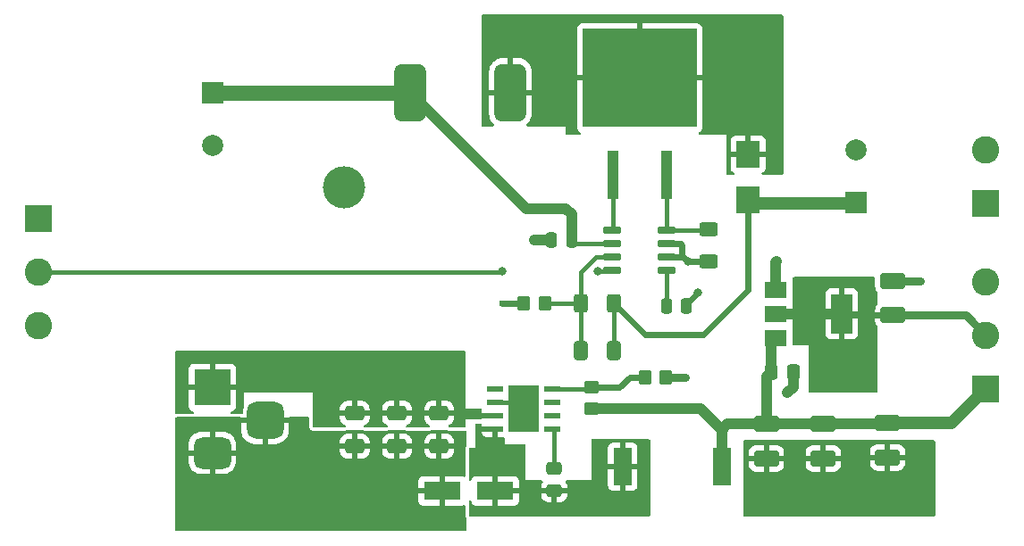
<source format=gtl>
G04 #@! TF.GenerationSoftware,KiCad,Pcbnew,6.0.2+dfsg-1*
G04 #@! TF.CreationDate,2023-02-09T09:42:10+00:00*
G04 #@! TF.ProjectId,NixiePowerAlternate,4e697869-6550-46f7-9765-72416c746572,rev?*
G04 #@! TF.SameCoordinates,Original*
G04 #@! TF.FileFunction,Copper,L1,Top*
G04 #@! TF.FilePolarity,Positive*
%FSLAX46Y46*%
G04 Gerber Fmt 4.6, Leading zero omitted, Abs format (unit mm)*
G04 Created by KiCad (PCBNEW 6.0.2+dfsg-1) date 2023-02-09 09:42:10*
%MOMM*%
%LPD*%
G01*
G04 APERTURE LIST*
G04 Aperture macros list*
%AMRoundRect*
0 Rectangle with rounded corners*
0 $1 Rounding radius*
0 $2 $3 $4 $5 $6 $7 $8 $9 X,Y pos of 4 corners*
0 Add a 4 corners polygon primitive as box body*
4,1,4,$2,$3,$4,$5,$6,$7,$8,$9,$2,$3,0*
0 Add four circle primitives for the rounded corners*
1,1,$1+$1,$2,$3*
1,1,$1+$1,$4,$5*
1,1,$1+$1,$6,$7*
1,1,$1+$1,$8,$9*
0 Add four rect primitives between the rounded corners*
20,1,$1+$1,$2,$3,$4,$5,0*
20,1,$1+$1,$4,$5,$6,$7,0*
20,1,$1+$1,$6,$7,$8,$9,0*
20,1,$1+$1,$8,$9,$2,$3,0*%
G04 Aperture macros list end*
G04 #@! TA.AperFunction,SMDPad,CuDef*
%ADD10RoundRect,0.250000X-0.475000X0.337500X-0.475000X-0.337500X0.475000X-0.337500X0.475000X0.337500X0*%
G04 #@! TD*
G04 #@! TA.AperFunction,SMDPad,CuDef*
%ADD11RoundRect,0.250000X-0.350000X-0.450000X0.350000X-0.450000X0.350000X0.450000X-0.350000X0.450000X0*%
G04 #@! TD*
G04 #@! TA.AperFunction,SMDPad,CuDef*
%ADD12R,1.780000X3.560000*%
G04 #@! TD*
G04 #@! TA.AperFunction,SMDPad,CuDef*
%ADD13R,1.100000X4.600000*%
G04 #@! TD*
G04 #@! TA.AperFunction,SMDPad,CuDef*
%ADD14R,10.800000X9.400000*%
G04 #@! TD*
G04 #@! TA.AperFunction,SMDPad,CuDef*
%ADD15RoundRect,0.250000X0.350000X0.450000X-0.350000X0.450000X-0.350000X-0.450000X0.350000X-0.450000X0*%
G04 #@! TD*
G04 #@! TA.AperFunction,SMDPad,CuDef*
%ADD16RoundRect,0.250000X-0.650000X0.412500X-0.650000X-0.412500X0.650000X-0.412500X0.650000X0.412500X0*%
G04 #@! TD*
G04 #@! TA.AperFunction,SMDPad,CuDef*
%ADD17RoundRect,0.250001X-0.924999X0.499999X-0.924999X-0.499999X0.924999X-0.499999X0.924999X0.499999X0*%
G04 #@! TD*
G04 #@! TA.AperFunction,SMDPad,CuDef*
%ADD18RoundRect,0.250000X0.400000X0.625000X-0.400000X0.625000X-0.400000X-0.625000X0.400000X-0.625000X0*%
G04 #@! TD*
G04 #@! TA.AperFunction,SMDPad,CuDef*
%ADD19R,2.300000X2.500000*%
G04 #@! TD*
G04 #@! TA.AperFunction,SMDPad,CuDef*
%ADD20RoundRect,0.250001X0.924999X-0.499999X0.924999X0.499999X-0.924999X0.499999X-0.924999X-0.499999X0*%
G04 #@! TD*
G04 #@! TA.AperFunction,SMDPad,CuDef*
%ADD21RoundRect,0.250000X0.412500X0.650000X-0.412500X0.650000X-0.412500X-0.650000X0.412500X-0.650000X0*%
G04 #@! TD*
G04 #@! TA.AperFunction,SMDPad,CuDef*
%ADD22R,3.500000X1.800000*%
G04 #@! TD*
G04 #@! TA.AperFunction,ComponentPad*
%ADD23R,3.500000X3.500000*%
G04 #@! TD*
G04 #@! TA.AperFunction,ComponentPad*
%ADD24RoundRect,0.750000X1.000000X-0.750000X1.000000X0.750000X-1.000000X0.750000X-1.000000X-0.750000X0*%
G04 #@! TD*
G04 #@! TA.AperFunction,ComponentPad*
%ADD25RoundRect,0.875000X0.875000X-0.875000X0.875000X0.875000X-0.875000X0.875000X-0.875000X-0.875000X0*%
G04 #@! TD*
G04 #@! TA.AperFunction,SMDPad,CuDef*
%ADD26RoundRect,0.250000X0.250000X0.475000X-0.250000X0.475000X-0.250000X-0.475000X0.250000X-0.475000X0*%
G04 #@! TD*
G04 #@! TA.AperFunction,ComponentPad*
%ADD27C,4.000000*%
G04 #@! TD*
G04 #@! TA.AperFunction,SMDPad,CuDef*
%ADD28R,1.550000X0.600000*%
G04 #@! TD*
G04 #@! TA.AperFunction,ComponentPad*
%ADD29C,0.600000*%
G04 #@! TD*
G04 #@! TA.AperFunction,SMDPad,CuDef*
%ADD30R,2.600000X3.100000*%
G04 #@! TD*
G04 #@! TA.AperFunction,SMDPad,CuDef*
%ADD31R,2.950000X4.500000*%
G04 #@! TD*
G04 #@! TA.AperFunction,SMDPad,CuDef*
%ADD32R,2.000000X1.500000*%
G04 #@! TD*
G04 #@! TA.AperFunction,SMDPad,CuDef*
%ADD33R,2.000000X3.800000*%
G04 #@! TD*
G04 #@! TA.AperFunction,SMDPad,CuDef*
%ADD34RoundRect,0.150000X-0.725000X-0.150000X0.725000X-0.150000X0.725000X0.150000X-0.725000X0.150000X0*%
G04 #@! TD*
G04 #@! TA.AperFunction,SMDPad,CuDef*
%ADD35RoundRect,0.250000X-0.625000X0.400000X-0.625000X-0.400000X0.625000X-0.400000X0.625000X0.400000X0*%
G04 #@! TD*
G04 #@! TA.AperFunction,ComponentPad*
%ADD36R,2.600000X2.600000*%
G04 #@! TD*
G04 #@! TA.AperFunction,ComponentPad*
%ADD37C,2.600000*%
G04 #@! TD*
G04 #@! TA.AperFunction,SMDPad,CuDef*
%ADD38RoundRect,0.250000X-0.337500X-0.475000X0.337500X-0.475000X0.337500X0.475000X-0.337500X0.475000X0*%
G04 #@! TD*
G04 #@! TA.AperFunction,SMDPad,CuDef*
%ADD39RoundRect,0.250000X0.450000X-0.350000X0.450000X0.350000X-0.450000X0.350000X-0.450000X-0.350000X0*%
G04 #@! TD*
G04 #@! TA.AperFunction,ComponentPad*
%ADD40R,2.000000X2.000000*%
G04 #@! TD*
G04 #@! TA.AperFunction,ComponentPad*
%ADD41C,2.000000*%
G04 #@! TD*
G04 #@! TA.AperFunction,SMDPad,CuDef*
%ADD42RoundRect,0.250000X-0.250000X-0.475000X0.250000X-0.475000X0.250000X0.475000X-0.250000X0.475000X0*%
G04 #@! TD*
G04 #@! TA.AperFunction,SMDPad,CuDef*
%ADD43RoundRect,0.750000X-0.750000X2.000000X-0.750000X-2.000000X0.750000X-2.000000X0.750000X2.000000X0*%
G04 #@! TD*
G04 #@! TA.AperFunction,ViaPad*
%ADD44C,0.600000*%
G04 #@! TD*
G04 #@! TA.AperFunction,ViaPad*
%ADD45C,0.800000*%
G04 #@! TD*
G04 #@! TA.AperFunction,Conductor*
%ADD46C,1.000000*%
G04 #@! TD*
G04 #@! TA.AperFunction,Conductor*
%ADD47C,0.400000*%
G04 #@! TD*
G04 #@! TA.AperFunction,Conductor*
%ADD48C,1.400000*%
G04 #@! TD*
G04 #@! TA.AperFunction,Conductor*
%ADD49C,0.800000*%
G04 #@! TD*
G04 #@! TA.AperFunction,Conductor*
%ADD50C,0.600000*%
G04 #@! TD*
G04 #@! TA.AperFunction,Conductor*
%ADD51C,1.200000*%
G04 #@! TD*
G04 APERTURE END LIST*
D10*
X153900000Y-143700000D03*
X153900000Y-145775000D03*
D11*
X162500000Y-135000000D03*
X164500000Y-135000000D03*
D12*
X160400000Y-143500000D03*
X169800000Y-143500000D03*
D13*
X159460000Y-115775000D03*
D14*
X162000000Y-106625000D03*
D13*
X164540000Y-115775000D03*
D15*
X153000000Y-128000000D03*
X151000000Y-128000000D03*
D16*
X139000000Y-138437500D03*
X139000000Y-141562500D03*
X135000000Y-138437500D03*
X135000000Y-141562500D03*
D17*
X174000000Y-139475000D03*
X174000000Y-142725000D03*
D18*
X159550000Y-128000000D03*
X156450000Y-128000000D03*
D19*
X172266450Y-118150000D03*
X172266450Y-113850000D03*
D20*
X186000000Y-129125000D03*
X186000000Y-125875000D03*
D21*
X159562500Y-132500000D03*
X156437500Y-132500000D03*
D22*
X148300000Y-145800000D03*
X143300000Y-145800000D03*
D23*
X121500000Y-136000000D03*
D24*
X121500000Y-142200000D03*
D25*
X126500000Y-139100000D03*
D26*
X155550000Y-122000000D03*
X153650000Y-122000000D03*
D27*
X134000000Y-117000000D03*
D28*
X153700000Y-139905000D03*
X153700000Y-138635000D03*
X153700000Y-137365000D03*
X153700000Y-136095000D03*
X148300000Y-136095000D03*
X148300000Y-137365000D03*
X148300000Y-138635000D03*
X148300000Y-139905000D03*
D29*
X150400000Y-137300000D03*
X151600000Y-137300000D03*
D30*
X151000000Y-138000000D03*
D29*
X151600000Y-136200000D03*
X150400000Y-138600000D03*
X150400000Y-136200000D03*
X151600000Y-138600000D03*
X151600000Y-139800000D03*
D31*
X151000000Y-138000000D03*
D29*
X150400000Y-139800000D03*
D32*
X174850000Y-126700000D03*
X174850000Y-129000000D03*
D33*
X181150000Y-129000000D03*
D32*
X174850000Y-131300000D03*
D34*
X159425000Y-121095000D03*
X159425000Y-122365000D03*
X159425000Y-123635000D03*
X159425000Y-124905000D03*
X164575000Y-124905000D03*
X164575000Y-123635000D03*
X164575000Y-122365000D03*
X164575000Y-121095000D03*
D35*
X168500000Y-120950000D03*
X168500000Y-124050000D03*
D17*
X185500000Y-139375000D03*
X185500000Y-142625000D03*
D36*
X105000000Y-120000000D03*
D37*
X105000000Y-125080000D03*
X105000000Y-130160000D03*
D38*
X174462500Y-134500000D03*
X176537500Y-134500000D03*
D36*
X194805000Y-118500000D03*
D37*
X194805000Y-113420000D03*
D39*
X157400000Y-138000000D03*
X157400000Y-136000000D03*
D40*
X121500000Y-108000000D03*
D41*
X121500000Y-113000000D03*
D42*
X164550000Y-128250000D03*
X166450000Y-128250000D03*
D36*
X194805000Y-136096000D03*
D37*
X194805000Y-131016000D03*
X194805000Y-125936000D03*
D17*
X179400000Y-139475000D03*
X179400000Y-142725000D03*
D16*
X143000000Y-138437500D03*
X143000000Y-141562500D03*
D43*
X149750000Y-108000000D03*
X140250000Y-108000000D03*
D40*
X182500000Y-118441807D03*
D41*
X182500000Y-113441807D03*
D44*
X174000000Y-145000000D03*
D45*
X175000000Y-124000000D03*
X167500000Y-127000000D03*
D44*
X185600000Y-145000000D03*
X188600000Y-125900000D03*
D45*
X166550000Y-124050000D03*
X188500000Y-142000000D03*
X152000000Y-122000000D03*
D44*
X179400000Y-144800000D03*
X166300000Y-135000000D03*
D45*
X176000000Y-136500000D03*
D44*
X149000000Y-128000000D03*
D45*
X149000000Y-125000000D03*
X158000000Y-125000000D03*
D46*
X155000000Y-119000000D02*
X155537500Y-119537500D01*
X140250000Y-108000000D02*
X151250000Y-119000000D01*
X155537500Y-119537500D02*
X155537500Y-122250000D01*
D47*
X159425000Y-122365000D02*
X155652500Y-122365000D01*
D46*
X151250000Y-119000000D02*
X155000000Y-119000000D01*
D48*
X121500000Y-108000000D02*
X140250000Y-108000000D01*
D47*
X155652500Y-122365000D02*
X155537500Y-122250000D01*
D49*
X186000000Y-125875000D02*
X188575000Y-125875000D01*
D46*
X176537500Y-134500000D02*
X176537500Y-135962500D01*
D50*
X166000000Y-123500000D02*
X165865000Y-123635000D01*
D46*
X153650000Y-122000000D02*
X152000000Y-122000000D01*
D49*
X188575000Y-125875000D02*
X188600000Y-125900000D01*
D50*
X151000000Y-128000000D02*
X149000000Y-128000000D01*
D46*
X174850000Y-124150000D02*
X175000000Y-124000000D01*
X176537500Y-135962500D02*
X176000000Y-136500000D01*
D50*
X166450000Y-128050000D02*
X167500000Y-127000000D01*
X166550000Y-124050000D02*
X166000000Y-123500000D01*
X164575000Y-122365000D02*
X165865000Y-122365000D01*
D49*
X164500000Y-135000000D02*
X166300000Y-135000000D01*
D50*
X166450000Y-128250000D02*
X166450000Y-128050000D01*
D46*
X174850000Y-126700000D02*
X174850000Y-124150000D01*
D50*
X165865000Y-122365000D02*
X166000000Y-122500000D01*
D47*
X150365000Y-137365000D02*
X151000000Y-138000000D01*
X148300000Y-137365000D02*
X150365000Y-137365000D01*
D50*
X166000000Y-122500000D02*
X166000000Y-123500000D01*
X168500000Y-124050000D02*
X166550000Y-124050000D01*
X165865000Y-123635000D02*
X164575000Y-123635000D01*
D46*
X174462500Y-134500000D02*
X174462500Y-131687500D01*
X185400000Y-139475000D02*
X185500000Y-139375000D01*
X174462500Y-131687500D02*
X174850000Y-131300000D01*
X174000000Y-134962500D02*
X174462500Y-134500000D01*
X174000000Y-139475000D02*
X174000000Y-134962500D01*
X167800000Y-138000000D02*
X169800000Y-140000000D01*
X169800000Y-140000000D02*
X170325000Y-139475000D01*
X157400000Y-138000000D02*
X167800000Y-138000000D01*
X174000000Y-139475000D02*
X179400000Y-139475000D01*
D51*
X185500000Y-139375000D02*
X191526000Y-139375000D01*
D46*
X170325000Y-139475000D02*
X174000000Y-139475000D01*
X179400000Y-139475000D02*
X185400000Y-139475000D01*
D51*
X191526000Y-139375000D02*
X194805000Y-136096000D01*
D46*
X169800000Y-143500000D02*
X169800000Y-140000000D01*
D47*
X148920000Y-125080000D02*
X105000000Y-125080000D01*
X158000000Y-125000000D02*
X159330000Y-125000000D01*
X149000000Y-125000000D02*
X148920000Y-125080000D01*
X159330000Y-125000000D02*
X159425000Y-124905000D01*
X159460000Y-121060000D02*
X159425000Y-121095000D01*
X159460000Y-115775000D02*
X159460000Y-121060000D01*
X164540000Y-121060000D02*
X164575000Y-121095000D01*
X164540000Y-115775000D02*
X164540000Y-121060000D01*
X168355000Y-121095000D02*
X168500000Y-120950000D01*
X164575000Y-121095000D02*
X168355000Y-121095000D01*
D50*
X186000000Y-129125000D02*
X181275000Y-129125000D01*
D49*
X186000000Y-129125000D02*
X192914000Y-129125000D01*
D46*
X174850000Y-129000000D02*
X181150000Y-129000000D01*
D49*
X192914000Y-129125000D02*
X194805000Y-131016000D01*
D50*
X181275000Y-129125000D02*
X181150000Y-129000000D01*
X168000000Y-131000000D02*
X162550000Y-131000000D01*
X172266450Y-126733550D02*
X168000000Y-131000000D01*
D47*
X159550000Y-128000000D02*
X159550000Y-132487500D01*
D51*
X182400000Y-118500000D02*
X172616450Y-118500000D01*
D47*
X159550000Y-132487500D02*
X159562500Y-132500000D01*
D50*
X172266450Y-118150000D02*
X172266450Y-126733550D01*
X162550000Y-131000000D02*
X159550000Y-128000000D01*
D51*
X172616450Y-118500000D02*
X172266450Y-118150000D01*
D47*
X157305000Y-136095000D02*
X157400000Y-136000000D01*
D50*
X161100000Y-135000000D02*
X160100000Y-136000000D01*
X162500000Y-135000000D02*
X161100000Y-135000000D01*
X160100000Y-136000000D02*
X157400000Y-136000000D01*
D47*
X153700000Y-136095000D02*
X157305000Y-136095000D01*
X157865000Y-123635000D02*
X156450000Y-125050000D01*
X156450000Y-125050000D02*
X156450000Y-128000000D01*
X156450000Y-132487500D02*
X156437500Y-132500000D01*
X159425000Y-123635000D02*
X157865000Y-123635000D01*
X156450000Y-128000000D02*
X153000000Y-128000000D01*
X156450000Y-128000000D02*
X156450000Y-132487500D01*
X164575000Y-128225000D02*
X164550000Y-128250000D01*
X164575000Y-124905000D02*
X164575000Y-128225000D01*
X153900000Y-140105000D02*
X153700000Y-139905000D01*
X153900000Y-143700000D02*
X153900000Y-140105000D01*
G04 #@! TA.AperFunction,Conductor*
G36*
X145442121Y-132520002D02*
G01*
X145488614Y-132573658D01*
X145500000Y-132626000D01*
X145500000Y-138000000D01*
X146926221Y-138000000D01*
X146994342Y-138020002D01*
X147040835Y-138073658D01*
X147050939Y-138143932D01*
X147044203Y-138170230D01*
X147026522Y-138217394D01*
X147022895Y-138232649D01*
X147017369Y-138283514D01*
X147017000Y-138290328D01*
X147017000Y-138362885D01*
X147021475Y-138378124D01*
X147022865Y-138379329D01*
X147030548Y-138381000D01*
X148428000Y-138381000D01*
X148496121Y-138401002D01*
X148542614Y-138454658D01*
X148554000Y-138507000D01*
X148554000Y-138763000D01*
X148533998Y-138831121D01*
X148480342Y-138877614D01*
X148428000Y-138889000D01*
X147035116Y-138889000D01*
X147019877Y-138893475D01*
X147018672Y-138894865D01*
X147017385Y-138900782D01*
X146983360Y-138963095D01*
X146921048Y-138997120D01*
X146894264Y-139000000D01*
X145500000Y-139000000D01*
X145500000Y-139674000D01*
X145479998Y-139742121D01*
X145426342Y-139788614D01*
X145374000Y-139800000D01*
X143973497Y-139800000D01*
X143905376Y-139779998D01*
X143858883Y-139726342D01*
X143848779Y-139656068D01*
X143878273Y-139591488D01*
X143933621Y-139554476D01*
X143966784Y-139543412D01*
X143979962Y-139537239D01*
X144117807Y-139451937D01*
X144129208Y-139442901D01*
X144243739Y-139328171D01*
X144252751Y-139316760D01*
X144337816Y-139178757D01*
X144343963Y-139165576D01*
X144395138Y-139011290D01*
X144398005Y-138997914D01*
X144407672Y-138903562D01*
X144408000Y-138897146D01*
X144408000Y-138709615D01*
X144403525Y-138694376D01*
X144402135Y-138693171D01*
X144394452Y-138691500D01*
X141610116Y-138691500D01*
X141594877Y-138695975D01*
X141593672Y-138697365D01*
X141592001Y-138705048D01*
X141592001Y-138897095D01*
X141592338Y-138903614D01*
X141602257Y-138999206D01*
X141605149Y-139012600D01*
X141656588Y-139166784D01*
X141662761Y-139179962D01*
X141748063Y-139317807D01*
X141757099Y-139329208D01*
X141871829Y-139443739D01*
X141883240Y-139452751D01*
X142021243Y-139537816D01*
X142034426Y-139543964D01*
X142065911Y-139554407D01*
X142124271Y-139594838D01*
X142151508Y-139660402D01*
X142138975Y-139730283D01*
X142090650Y-139782295D01*
X142026244Y-139800000D01*
X139973497Y-139800000D01*
X139905376Y-139779998D01*
X139858883Y-139726342D01*
X139848779Y-139656068D01*
X139878273Y-139591488D01*
X139933621Y-139554476D01*
X139966784Y-139543412D01*
X139979962Y-139537239D01*
X140117807Y-139451937D01*
X140129208Y-139442901D01*
X140243739Y-139328171D01*
X140252751Y-139316760D01*
X140337816Y-139178757D01*
X140343963Y-139165576D01*
X140395138Y-139011290D01*
X140398005Y-138997914D01*
X140407672Y-138903562D01*
X140408000Y-138897146D01*
X140408000Y-138709615D01*
X140403525Y-138694376D01*
X140402135Y-138693171D01*
X140394452Y-138691500D01*
X137610116Y-138691500D01*
X137594877Y-138695975D01*
X137593672Y-138697365D01*
X137592001Y-138705048D01*
X137592001Y-138897095D01*
X137592338Y-138903614D01*
X137602257Y-138999206D01*
X137605149Y-139012600D01*
X137656588Y-139166784D01*
X137662761Y-139179962D01*
X137748063Y-139317807D01*
X137757099Y-139329208D01*
X137871829Y-139443739D01*
X137883240Y-139452751D01*
X138021243Y-139537816D01*
X138034426Y-139543964D01*
X138065911Y-139554407D01*
X138124271Y-139594838D01*
X138151508Y-139660402D01*
X138138975Y-139730283D01*
X138090650Y-139782295D01*
X138026244Y-139800000D01*
X135973497Y-139800000D01*
X135905376Y-139779998D01*
X135858883Y-139726342D01*
X135848779Y-139656068D01*
X135878273Y-139591488D01*
X135933621Y-139554476D01*
X135966784Y-139543412D01*
X135979962Y-139537239D01*
X136117807Y-139451937D01*
X136129208Y-139442901D01*
X136243739Y-139328171D01*
X136252751Y-139316760D01*
X136337816Y-139178757D01*
X136343963Y-139165576D01*
X136395138Y-139011290D01*
X136398005Y-138997914D01*
X136407672Y-138903562D01*
X136408000Y-138897146D01*
X136408000Y-138709615D01*
X136403525Y-138694376D01*
X136402135Y-138693171D01*
X136394452Y-138691500D01*
X133610116Y-138691500D01*
X133594877Y-138695975D01*
X133593672Y-138697365D01*
X133592001Y-138705048D01*
X133592001Y-138897095D01*
X133592338Y-138903614D01*
X133602257Y-138999206D01*
X133605149Y-139012600D01*
X133656588Y-139166784D01*
X133662761Y-139179962D01*
X133748063Y-139317807D01*
X133757099Y-139329208D01*
X133871829Y-139443739D01*
X133883240Y-139452751D01*
X134021243Y-139537816D01*
X134034426Y-139543964D01*
X134065911Y-139554407D01*
X134124271Y-139594838D01*
X134151508Y-139660402D01*
X134138975Y-139730283D01*
X134090650Y-139782295D01*
X134026244Y-139800000D01*
X131126000Y-139800000D01*
X131057879Y-139779998D01*
X131011386Y-139726342D01*
X131000000Y-139674000D01*
X131000000Y-138165385D01*
X133592000Y-138165385D01*
X133596475Y-138180624D01*
X133597865Y-138181829D01*
X133605548Y-138183500D01*
X134727885Y-138183500D01*
X134743124Y-138179025D01*
X134744329Y-138177635D01*
X134746000Y-138169952D01*
X134746000Y-138165385D01*
X135254000Y-138165385D01*
X135258475Y-138180624D01*
X135259865Y-138181829D01*
X135267548Y-138183500D01*
X136389884Y-138183500D01*
X136405123Y-138179025D01*
X136406328Y-138177635D01*
X136407999Y-138169952D01*
X136407999Y-138165385D01*
X137592000Y-138165385D01*
X137596475Y-138180624D01*
X137597865Y-138181829D01*
X137605548Y-138183500D01*
X138727885Y-138183500D01*
X138743124Y-138179025D01*
X138744329Y-138177635D01*
X138746000Y-138169952D01*
X138746000Y-138165385D01*
X139254000Y-138165385D01*
X139258475Y-138180624D01*
X139259865Y-138181829D01*
X139267548Y-138183500D01*
X140389884Y-138183500D01*
X140405123Y-138179025D01*
X140406328Y-138177635D01*
X140407999Y-138169952D01*
X140407999Y-138165385D01*
X141592000Y-138165385D01*
X141596475Y-138180624D01*
X141597865Y-138181829D01*
X141605548Y-138183500D01*
X142727885Y-138183500D01*
X142743124Y-138179025D01*
X142744329Y-138177635D01*
X142746000Y-138169952D01*
X142746000Y-138165385D01*
X143254000Y-138165385D01*
X143258475Y-138180624D01*
X143259865Y-138181829D01*
X143267548Y-138183500D01*
X144389884Y-138183500D01*
X144405123Y-138179025D01*
X144406328Y-138177635D01*
X144407999Y-138169952D01*
X144407999Y-137977905D01*
X144407662Y-137971386D01*
X144397743Y-137875794D01*
X144394851Y-137862400D01*
X144343412Y-137708216D01*
X144337239Y-137695038D01*
X144251937Y-137557193D01*
X144242901Y-137545792D01*
X144128171Y-137431261D01*
X144116760Y-137422249D01*
X143978757Y-137337184D01*
X143965576Y-137331037D01*
X143811290Y-137279862D01*
X143797914Y-137276995D01*
X143703562Y-137267328D01*
X143697145Y-137267000D01*
X143272115Y-137267000D01*
X143256876Y-137271475D01*
X143255671Y-137272865D01*
X143254000Y-137280548D01*
X143254000Y-138165385D01*
X142746000Y-138165385D01*
X142746000Y-137285116D01*
X142741525Y-137269877D01*
X142740135Y-137268672D01*
X142732452Y-137267001D01*
X142302905Y-137267001D01*
X142296386Y-137267338D01*
X142200794Y-137277257D01*
X142187400Y-137280149D01*
X142033216Y-137331588D01*
X142020038Y-137337761D01*
X141882193Y-137423063D01*
X141870792Y-137432099D01*
X141756261Y-137546829D01*
X141747249Y-137558240D01*
X141662184Y-137696243D01*
X141656037Y-137709424D01*
X141604862Y-137863710D01*
X141601995Y-137877086D01*
X141592328Y-137971438D01*
X141592000Y-137977855D01*
X141592000Y-138165385D01*
X140407999Y-138165385D01*
X140407999Y-137977905D01*
X140407662Y-137971386D01*
X140397743Y-137875794D01*
X140394851Y-137862400D01*
X140343412Y-137708216D01*
X140337239Y-137695038D01*
X140251937Y-137557193D01*
X140242901Y-137545792D01*
X140128171Y-137431261D01*
X140116760Y-137422249D01*
X139978757Y-137337184D01*
X139965576Y-137331037D01*
X139811290Y-137279862D01*
X139797914Y-137276995D01*
X139703562Y-137267328D01*
X139697145Y-137267000D01*
X139272115Y-137267000D01*
X139256876Y-137271475D01*
X139255671Y-137272865D01*
X139254000Y-137280548D01*
X139254000Y-138165385D01*
X138746000Y-138165385D01*
X138746000Y-137285116D01*
X138741525Y-137269877D01*
X138740135Y-137268672D01*
X138732452Y-137267001D01*
X138302905Y-137267001D01*
X138296386Y-137267338D01*
X138200794Y-137277257D01*
X138187400Y-137280149D01*
X138033216Y-137331588D01*
X138020038Y-137337761D01*
X137882193Y-137423063D01*
X137870792Y-137432099D01*
X137756261Y-137546829D01*
X137747249Y-137558240D01*
X137662184Y-137696243D01*
X137656037Y-137709424D01*
X137604862Y-137863710D01*
X137601995Y-137877086D01*
X137592328Y-137971438D01*
X137592000Y-137977855D01*
X137592000Y-138165385D01*
X136407999Y-138165385D01*
X136407999Y-137977905D01*
X136407662Y-137971386D01*
X136397743Y-137875794D01*
X136394851Y-137862400D01*
X136343412Y-137708216D01*
X136337239Y-137695038D01*
X136251937Y-137557193D01*
X136242901Y-137545792D01*
X136128171Y-137431261D01*
X136116760Y-137422249D01*
X135978757Y-137337184D01*
X135965576Y-137331037D01*
X135811290Y-137279862D01*
X135797914Y-137276995D01*
X135703562Y-137267328D01*
X135697145Y-137267000D01*
X135272115Y-137267000D01*
X135256876Y-137271475D01*
X135255671Y-137272865D01*
X135254000Y-137280548D01*
X135254000Y-138165385D01*
X134746000Y-138165385D01*
X134746000Y-137285116D01*
X134741525Y-137269877D01*
X134740135Y-137268672D01*
X134732452Y-137267001D01*
X134302905Y-137267001D01*
X134296386Y-137267338D01*
X134200794Y-137277257D01*
X134187400Y-137280149D01*
X134033216Y-137331588D01*
X134020038Y-137337761D01*
X133882193Y-137423063D01*
X133870792Y-137432099D01*
X133756261Y-137546829D01*
X133747249Y-137558240D01*
X133662184Y-137696243D01*
X133656037Y-137709424D01*
X133604862Y-137863710D01*
X133601995Y-137877086D01*
X133592328Y-137971438D01*
X133592000Y-137977855D01*
X133592000Y-138165385D01*
X131000000Y-138165385D01*
X131000000Y-136500000D01*
X124500000Y-136500000D01*
X124500000Y-137860016D01*
X124496544Y-137889323D01*
X124457729Y-138051622D01*
X124457728Y-138051628D01*
X124456534Y-138056621D01*
X124449500Y-138154747D01*
X124449500Y-138374000D01*
X124429498Y-138442121D01*
X124375842Y-138488614D01*
X124323500Y-138500000D01*
X123384390Y-138500000D01*
X123316269Y-138479998D01*
X123269776Y-138426342D01*
X123259672Y-138356068D01*
X123289166Y-138291488D01*
X123355247Y-138251417D01*
X123367602Y-138248480D01*
X123488054Y-138203324D01*
X123503649Y-138194786D01*
X123605724Y-138118285D01*
X123618285Y-138105724D01*
X123694786Y-138003649D01*
X123703324Y-137988054D01*
X123748478Y-137867606D01*
X123752105Y-137852351D01*
X123757631Y-137801486D01*
X123758000Y-137794672D01*
X123758000Y-136272115D01*
X123753525Y-136256876D01*
X123752135Y-136255671D01*
X123744452Y-136254000D01*
X119260116Y-136254000D01*
X119244877Y-136258475D01*
X119243672Y-136259865D01*
X119242001Y-136267548D01*
X119242001Y-137794669D01*
X119242371Y-137801490D01*
X119247895Y-137852352D01*
X119251521Y-137867604D01*
X119296676Y-137988054D01*
X119305214Y-138003649D01*
X119381715Y-138105724D01*
X119394276Y-138118285D01*
X119496351Y-138194786D01*
X119511946Y-138203324D01*
X119632394Y-138248478D01*
X119644754Y-138251417D01*
X119706400Y-138286634D01*
X119739221Y-138349589D01*
X119732795Y-138420295D01*
X119689163Y-138476302D01*
X119615608Y-138500000D01*
X118126000Y-138500000D01*
X118057879Y-138479998D01*
X118011386Y-138426342D01*
X118000000Y-138374000D01*
X118000000Y-135727885D01*
X119242000Y-135727885D01*
X119246475Y-135743124D01*
X119247865Y-135744329D01*
X119255548Y-135746000D01*
X121227885Y-135746000D01*
X121243124Y-135741525D01*
X121244329Y-135740135D01*
X121246000Y-135732452D01*
X121246000Y-135727885D01*
X121754000Y-135727885D01*
X121758475Y-135743124D01*
X121759865Y-135744329D01*
X121767548Y-135746000D01*
X123739884Y-135746000D01*
X123755123Y-135741525D01*
X123756328Y-135740135D01*
X123757999Y-135732452D01*
X123757999Y-134205331D01*
X123757629Y-134198510D01*
X123752105Y-134147648D01*
X123748479Y-134132396D01*
X123703324Y-134011946D01*
X123694786Y-133996351D01*
X123618285Y-133894276D01*
X123605724Y-133881715D01*
X123503649Y-133805214D01*
X123488054Y-133796676D01*
X123367606Y-133751522D01*
X123352351Y-133747895D01*
X123301486Y-133742369D01*
X123294672Y-133742000D01*
X121772115Y-133742000D01*
X121756876Y-133746475D01*
X121755671Y-133747865D01*
X121754000Y-133755548D01*
X121754000Y-135727885D01*
X121246000Y-135727885D01*
X121246000Y-133760116D01*
X121241525Y-133744877D01*
X121240135Y-133743672D01*
X121232452Y-133742001D01*
X119705331Y-133742001D01*
X119698510Y-133742371D01*
X119647648Y-133747895D01*
X119632396Y-133751521D01*
X119511946Y-133796676D01*
X119496351Y-133805214D01*
X119394276Y-133881715D01*
X119381715Y-133894276D01*
X119305214Y-133996351D01*
X119296676Y-134011946D01*
X119251522Y-134132394D01*
X119247895Y-134147649D01*
X119242369Y-134198514D01*
X119242000Y-134205328D01*
X119242000Y-135727885D01*
X118000000Y-135727885D01*
X118000000Y-132626000D01*
X118020002Y-132557879D01*
X118073658Y-132511386D01*
X118126000Y-132500000D01*
X145374000Y-132500000D01*
X145442121Y-132520002D01*
G37*
G04 #@! TD.AperFunction*
G04 #@! TA.AperFunction,Conductor*
G36*
X124217832Y-138820002D02*
G01*
X124232223Y-138830775D01*
X124247865Y-138844329D01*
X124255548Y-138846000D01*
X128739885Y-138846000D01*
X128757615Y-138840794D01*
X128813149Y-138805104D01*
X128848648Y-138800000D01*
X130574000Y-138800000D01*
X130642121Y-138820002D01*
X130688614Y-138873658D01*
X130700000Y-138926000D01*
X130700000Y-139674000D01*
X130706856Y-139737768D01*
X130718242Y-139790110D01*
X130729002Y-139827631D01*
X130732979Y-139834431D01*
X130782765Y-139919558D01*
X130795498Y-139966552D01*
X130800000Y-139981884D01*
X130800000Y-140000000D01*
X130813547Y-140000000D01*
X130826783Y-140002879D01*
X130826418Y-140004558D01*
X130874170Y-140019675D01*
X130875084Y-140017876D01*
X130973360Y-140067846D01*
X130978946Y-140069486D01*
X130978948Y-140069487D01*
X131020740Y-140081758D01*
X131041481Y-140087848D01*
X131045921Y-140088486D01*
X131045924Y-140088487D01*
X131121554Y-140099361D01*
X131121557Y-140099361D01*
X131126000Y-140100000D01*
X134026244Y-140100000D01*
X134030437Y-140099434D01*
X134030439Y-140099434D01*
X134058885Y-140095595D01*
X134105763Y-140089269D01*
X134109835Y-140088150D01*
X134109838Y-140088149D01*
X134167368Y-140072334D01*
X134170169Y-140071564D01*
X134172881Y-140070542D01*
X134172887Y-140070540D01*
X134187037Y-140065207D01*
X134221822Y-140052098D01*
X134258780Y-140024735D01*
X134325429Y-140000275D01*
X134333755Y-140000000D01*
X135659517Y-140000000D01*
X135721667Y-140019675D01*
X135722581Y-140017876D01*
X135820857Y-140067846D01*
X135826443Y-140069486D01*
X135826445Y-140069487D01*
X135868237Y-140081758D01*
X135888978Y-140087848D01*
X135893418Y-140088486D01*
X135893421Y-140088487D01*
X135969051Y-140099361D01*
X135969054Y-140099361D01*
X135973497Y-140100000D01*
X138026244Y-140100000D01*
X138030437Y-140099434D01*
X138030439Y-140099434D01*
X138058885Y-140095595D01*
X138105763Y-140089269D01*
X138109835Y-140088150D01*
X138109838Y-140088149D01*
X138167368Y-140072334D01*
X138170169Y-140071564D01*
X138172881Y-140070542D01*
X138172887Y-140070540D01*
X138187037Y-140065207D01*
X138221822Y-140052098D01*
X138258780Y-140024735D01*
X138325429Y-140000275D01*
X138333755Y-140000000D01*
X139659517Y-140000000D01*
X139721667Y-140019675D01*
X139722581Y-140017876D01*
X139820857Y-140067846D01*
X139826443Y-140069486D01*
X139826445Y-140069487D01*
X139868237Y-140081758D01*
X139888978Y-140087848D01*
X139893418Y-140088486D01*
X139893421Y-140088487D01*
X139969051Y-140099361D01*
X139969054Y-140099361D01*
X139973497Y-140100000D01*
X142026244Y-140100000D01*
X142030437Y-140099434D01*
X142030439Y-140099434D01*
X142058885Y-140095595D01*
X142105763Y-140089269D01*
X142109835Y-140088150D01*
X142109838Y-140088149D01*
X142167368Y-140072334D01*
X142170169Y-140071564D01*
X142172881Y-140070542D01*
X142172887Y-140070540D01*
X142187037Y-140065207D01*
X142221822Y-140052098D01*
X142258780Y-140024735D01*
X142325429Y-140000275D01*
X142333755Y-140000000D01*
X143659517Y-140000000D01*
X143721667Y-140019675D01*
X143722581Y-140017876D01*
X143820857Y-140067846D01*
X143826443Y-140069486D01*
X143826445Y-140069487D01*
X143868237Y-140081758D01*
X143888978Y-140087848D01*
X143893418Y-140088486D01*
X143893421Y-140088487D01*
X143969051Y-140099361D01*
X143969054Y-140099361D01*
X143973497Y-140100000D01*
X145374000Y-140100000D01*
X145437768Y-140093144D01*
X145441210Y-140092395D01*
X145447223Y-140091088D01*
X145518039Y-140096157D01*
X145574872Y-140138706D01*
X145599679Y-140205228D01*
X145600000Y-140214210D01*
X145600000Y-141512020D01*
X145580325Y-141574170D01*
X145582124Y-141575084D01*
X145532154Y-141673360D01*
X145530514Y-141678946D01*
X145530513Y-141678948D01*
X145513418Y-141737169D01*
X145512152Y-141741481D01*
X145511514Y-141745921D01*
X145511513Y-141745924D01*
X145501126Y-141818171D01*
X145500000Y-141826000D01*
X145500000Y-144350481D01*
X145479998Y-144418602D01*
X145426342Y-144465095D01*
X145356068Y-144475199D01*
X145312764Y-144457244D01*
X145311517Y-144459522D01*
X145288054Y-144446676D01*
X145167606Y-144401522D01*
X145152351Y-144397895D01*
X145101486Y-144392369D01*
X145094672Y-144392000D01*
X143572115Y-144392000D01*
X143556876Y-144396475D01*
X143555671Y-144397865D01*
X143554000Y-144405548D01*
X143554000Y-147189884D01*
X143558475Y-147205123D01*
X143559865Y-147206328D01*
X143567548Y-147207999D01*
X145094669Y-147207999D01*
X145101490Y-147207629D01*
X145152352Y-147202105D01*
X145167604Y-147198479D01*
X145288054Y-147153324D01*
X145311517Y-147140478D01*
X145313030Y-147143242D01*
X145364928Y-147123846D01*
X145434312Y-147138892D01*
X145484548Y-147189061D01*
X145500000Y-147249519D01*
X145500000Y-148074000D01*
X145506856Y-148137768D01*
X145518242Y-148190110D01*
X145529002Y-148227631D01*
X145532979Y-148234431D01*
X145582765Y-148319558D01*
X145600000Y-148383168D01*
X145600000Y-149474000D01*
X145579998Y-149542121D01*
X145526342Y-149588614D01*
X145474000Y-149600000D01*
X118126000Y-149600000D01*
X118057879Y-149579998D01*
X118011386Y-149526342D01*
X118000000Y-149474000D01*
X118000000Y-146744669D01*
X141042001Y-146744669D01*
X141042371Y-146751490D01*
X141047895Y-146802352D01*
X141051521Y-146817604D01*
X141096676Y-146938054D01*
X141105214Y-146953649D01*
X141181715Y-147055724D01*
X141194276Y-147068285D01*
X141296351Y-147144786D01*
X141311946Y-147153324D01*
X141432394Y-147198478D01*
X141447649Y-147202105D01*
X141498514Y-147207631D01*
X141505328Y-147208000D01*
X143027885Y-147208000D01*
X143043124Y-147203525D01*
X143044329Y-147202135D01*
X143046000Y-147194452D01*
X143046000Y-146072115D01*
X143041525Y-146056876D01*
X143040135Y-146055671D01*
X143032452Y-146054000D01*
X141060116Y-146054000D01*
X141044877Y-146058475D01*
X141043672Y-146059865D01*
X141042001Y-146067548D01*
X141042001Y-146744669D01*
X118000000Y-146744669D01*
X118000000Y-145527885D01*
X141042000Y-145527885D01*
X141046475Y-145543124D01*
X141047865Y-145544329D01*
X141055548Y-145546000D01*
X143027885Y-145546000D01*
X143043124Y-145541525D01*
X143044329Y-145540135D01*
X143046000Y-145532452D01*
X143046000Y-144410116D01*
X143041525Y-144394877D01*
X143040135Y-144393672D01*
X143032452Y-144392001D01*
X141505331Y-144392001D01*
X141498510Y-144392371D01*
X141447648Y-144397895D01*
X141432396Y-144401521D01*
X141311946Y-144446676D01*
X141296351Y-144455214D01*
X141194276Y-144531715D01*
X141181715Y-144544276D01*
X141105214Y-144646351D01*
X141096676Y-144661946D01*
X141051522Y-144782394D01*
X141047895Y-144797649D01*
X141042369Y-144848514D01*
X141042000Y-144855328D01*
X141042000Y-145527885D01*
X118000000Y-145527885D01*
X118000000Y-143009961D01*
X119242001Y-143009961D01*
X119242209Y-143015071D01*
X119253082Y-143148767D01*
X119254852Y-143159320D01*
X119307967Y-143366185D01*
X119311701Y-143376731D01*
X119400510Y-143570705D01*
X119406046Y-143580412D01*
X119527803Y-143755597D01*
X119534976Y-143764176D01*
X119685824Y-143915024D01*
X119694403Y-143922197D01*
X119869588Y-144043954D01*
X119879295Y-144049490D01*
X120073269Y-144138299D01*
X120083815Y-144142033D01*
X120290679Y-144195147D01*
X120301234Y-144196918D01*
X120434930Y-144207793D01*
X120440036Y-144208000D01*
X121227885Y-144208000D01*
X121243124Y-144203525D01*
X121244329Y-144202135D01*
X121246000Y-144194452D01*
X121246000Y-144189884D01*
X121754000Y-144189884D01*
X121758475Y-144205123D01*
X121759865Y-144206328D01*
X121767548Y-144207999D01*
X122559961Y-144207999D01*
X122565071Y-144207791D01*
X122698767Y-144196918D01*
X122709320Y-144195148D01*
X122916185Y-144142033D01*
X122926731Y-144138299D01*
X123120705Y-144049490D01*
X123130412Y-144043954D01*
X123305597Y-143922197D01*
X123314176Y-143915024D01*
X123465024Y-143764176D01*
X123472197Y-143755597D01*
X123593954Y-143580412D01*
X123599490Y-143570705D01*
X123688299Y-143376731D01*
X123692033Y-143366185D01*
X123745147Y-143159321D01*
X123746918Y-143148766D01*
X123757793Y-143015070D01*
X123758000Y-143009964D01*
X123758000Y-142472115D01*
X123753525Y-142456876D01*
X123752135Y-142455671D01*
X123744452Y-142454000D01*
X121772115Y-142454000D01*
X121756876Y-142458475D01*
X121755671Y-142459865D01*
X121754000Y-142467548D01*
X121754000Y-144189884D01*
X121246000Y-144189884D01*
X121246000Y-142472115D01*
X121241525Y-142456876D01*
X121240135Y-142455671D01*
X121232452Y-142454000D01*
X119260116Y-142454000D01*
X119244877Y-142458475D01*
X119243672Y-142459865D01*
X119242001Y-142467548D01*
X119242001Y-143009961D01*
X118000000Y-143009961D01*
X118000000Y-142022095D01*
X133592001Y-142022095D01*
X133592338Y-142028614D01*
X133602257Y-142124206D01*
X133605149Y-142137600D01*
X133656588Y-142291784D01*
X133662761Y-142304962D01*
X133748063Y-142442807D01*
X133757099Y-142454208D01*
X133871829Y-142568739D01*
X133883240Y-142577751D01*
X134021243Y-142662816D01*
X134034424Y-142668963D01*
X134188710Y-142720138D01*
X134202086Y-142723005D01*
X134296438Y-142732672D01*
X134302854Y-142733000D01*
X134727885Y-142733000D01*
X134743124Y-142728525D01*
X134744329Y-142727135D01*
X134746000Y-142719452D01*
X134746000Y-142714884D01*
X135254000Y-142714884D01*
X135258475Y-142730123D01*
X135259865Y-142731328D01*
X135267548Y-142732999D01*
X135697095Y-142732999D01*
X135703614Y-142732662D01*
X135799206Y-142722743D01*
X135812600Y-142719851D01*
X135966784Y-142668412D01*
X135979962Y-142662239D01*
X136117807Y-142576937D01*
X136129208Y-142567901D01*
X136243739Y-142453171D01*
X136252751Y-142441760D01*
X136337816Y-142303757D01*
X136343963Y-142290576D01*
X136395138Y-142136290D01*
X136398005Y-142122914D01*
X136407672Y-142028562D01*
X136408000Y-142022146D01*
X136408000Y-142022095D01*
X137592001Y-142022095D01*
X137592338Y-142028614D01*
X137602257Y-142124206D01*
X137605149Y-142137600D01*
X137656588Y-142291784D01*
X137662761Y-142304962D01*
X137748063Y-142442807D01*
X137757099Y-142454208D01*
X137871829Y-142568739D01*
X137883240Y-142577751D01*
X138021243Y-142662816D01*
X138034424Y-142668963D01*
X138188710Y-142720138D01*
X138202086Y-142723005D01*
X138296438Y-142732672D01*
X138302854Y-142733000D01*
X138727885Y-142733000D01*
X138743124Y-142728525D01*
X138744329Y-142727135D01*
X138746000Y-142719452D01*
X138746000Y-142714884D01*
X139254000Y-142714884D01*
X139258475Y-142730123D01*
X139259865Y-142731328D01*
X139267548Y-142732999D01*
X139697095Y-142732999D01*
X139703614Y-142732662D01*
X139799206Y-142722743D01*
X139812600Y-142719851D01*
X139966784Y-142668412D01*
X139979962Y-142662239D01*
X140117807Y-142576937D01*
X140129208Y-142567901D01*
X140243739Y-142453171D01*
X140252751Y-142441760D01*
X140337816Y-142303757D01*
X140343963Y-142290576D01*
X140395138Y-142136290D01*
X140398005Y-142122914D01*
X140407672Y-142028562D01*
X140408000Y-142022146D01*
X140408000Y-142022095D01*
X141592001Y-142022095D01*
X141592338Y-142028614D01*
X141602257Y-142124206D01*
X141605149Y-142137600D01*
X141656588Y-142291784D01*
X141662761Y-142304962D01*
X141748063Y-142442807D01*
X141757099Y-142454208D01*
X141871829Y-142568739D01*
X141883240Y-142577751D01*
X142021243Y-142662816D01*
X142034424Y-142668963D01*
X142188710Y-142720138D01*
X142202086Y-142723005D01*
X142296438Y-142732672D01*
X142302854Y-142733000D01*
X142727885Y-142733000D01*
X142743124Y-142728525D01*
X142744329Y-142727135D01*
X142746000Y-142719452D01*
X142746000Y-142714884D01*
X143254000Y-142714884D01*
X143258475Y-142730123D01*
X143259865Y-142731328D01*
X143267548Y-142732999D01*
X143697095Y-142732999D01*
X143703614Y-142732662D01*
X143799206Y-142722743D01*
X143812600Y-142719851D01*
X143966784Y-142668412D01*
X143979962Y-142662239D01*
X144117807Y-142576937D01*
X144129208Y-142567901D01*
X144243739Y-142453171D01*
X144252751Y-142441760D01*
X144337816Y-142303757D01*
X144343963Y-142290576D01*
X144395138Y-142136290D01*
X144398005Y-142122914D01*
X144407672Y-142028562D01*
X144408000Y-142022146D01*
X144408000Y-141834615D01*
X144403525Y-141819376D01*
X144402135Y-141818171D01*
X144394452Y-141816500D01*
X143272115Y-141816500D01*
X143256876Y-141820975D01*
X143255671Y-141822365D01*
X143254000Y-141830048D01*
X143254000Y-142714884D01*
X142746000Y-142714884D01*
X142746000Y-141834615D01*
X142741525Y-141819376D01*
X142740135Y-141818171D01*
X142732452Y-141816500D01*
X141610116Y-141816500D01*
X141594877Y-141820975D01*
X141593672Y-141822365D01*
X141592001Y-141830048D01*
X141592001Y-142022095D01*
X140408000Y-142022095D01*
X140408000Y-141834615D01*
X140403525Y-141819376D01*
X140402135Y-141818171D01*
X140394452Y-141816500D01*
X139272115Y-141816500D01*
X139256876Y-141820975D01*
X139255671Y-141822365D01*
X139254000Y-141830048D01*
X139254000Y-142714884D01*
X138746000Y-142714884D01*
X138746000Y-141834615D01*
X138741525Y-141819376D01*
X138740135Y-141818171D01*
X138732452Y-141816500D01*
X137610116Y-141816500D01*
X137594877Y-141820975D01*
X137593672Y-141822365D01*
X137592001Y-141830048D01*
X137592001Y-142022095D01*
X136408000Y-142022095D01*
X136408000Y-141834615D01*
X136403525Y-141819376D01*
X136402135Y-141818171D01*
X136394452Y-141816500D01*
X135272115Y-141816500D01*
X135256876Y-141820975D01*
X135255671Y-141822365D01*
X135254000Y-141830048D01*
X135254000Y-142714884D01*
X134746000Y-142714884D01*
X134746000Y-141834615D01*
X134741525Y-141819376D01*
X134740135Y-141818171D01*
X134732452Y-141816500D01*
X133610116Y-141816500D01*
X133594877Y-141820975D01*
X133593672Y-141822365D01*
X133592001Y-141830048D01*
X133592001Y-142022095D01*
X118000000Y-142022095D01*
X118000000Y-141927885D01*
X119242000Y-141927885D01*
X119246475Y-141943124D01*
X119247865Y-141944329D01*
X119255548Y-141946000D01*
X121227885Y-141946000D01*
X121243124Y-141941525D01*
X121244329Y-141940135D01*
X121246000Y-141932452D01*
X121246000Y-141927885D01*
X121754000Y-141927885D01*
X121758475Y-141943124D01*
X121759865Y-141944329D01*
X121767548Y-141946000D01*
X123739884Y-141946000D01*
X123755123Y-141941525D01*
X123756328Y-141940135D01*
X123757999Y-141932452D01*
X123757999Y-141390039D01*
X123757791Y-141384929D01*
X123746918Y-141251233D01*
X123745148Y-141240680D01*
X123692033Y-141033815D01*
X123688299Y-141023269D01*
X123599490Y-140829295D01*
X123593954Y-140819588D01*
X123472197Y-140644403D01*
X123465024Y-140635824D01*
X123314176Y-140484976D01*
X123305597Y-140477803D01*
X123130412Y-140356046D01*
X123120705Y-140350510D01*
X122926731Y-140261701D01*
X122916185Y-140257967D01*
X122709321Y-140204853D01*
X122698766Y-140203082D01*
X122565070Y-140192207D01*
X122559964Y-140192000D01*
X121772115Y-140192000D01*
X121756876Y-140196475D01*
X121755671Y-140197865D01*
X121754000Y-140205548D01*
X121754000Y-141927885D01*
X121246000Y-141927885D01*
X121246000Y-140210116D01*
X121241525Y-140194877D01*
X121240135Y-140193672D01*
X121232452Y-140192001D01*
X120440039Y-140192001D01*
X120434929Y-140192209D01*
X120301233Y-140203082D01*
X120290680Y-140204852D01*
X120083815Y-140257967D01*
X120073269Y-140261701D01*
X119879295Y-140350510D01*
X119869588Y-140356046D01*
X119694403Y-140477803D01*
X119685824Y-140484976D01*
X119534976Y-140635824D01*
X119527803Y-140644403D01*
X119406046Y-140819588D01*
X119400510Y-140829295D01*
X119311701Y-141023269D01*
X119307967Y-141033815D01*
X119254853Y-141240679D01*
X119253082Y-141251234D01*
X119242207Y-141384930D01*
X119242000Y-141390036D01*
X119242000Y-141927885D01*
X118000000Y-141927885D01*
X118000000Y-140065631D01*
X124242000Y-140065631D01*
X124242091Y-140069016D01*
X124244882Y-140120545D01*
X124245955Y-140129189D01*
X124289080Y-140350018D01*
X124291994Y-140360246D01*
X124371364Y-140569740D01*
X124375962Y-140579338D01*
X124489493Y-140772460D01*
X124495646Y-140781149D01*
X124640101Y-140952392D01*
X124647608Y-140959899D01*
X124818851Y-141104354D01*
X124827540Y-141110507D01*
X125020662Y-141224038D01*
X125030260Y-141228636D01*
X125239754Y-141308006D01*
X125249982Y-141310920D01*
X125470811Y-141354045D01*
X125479455Y-141355118D01*
X125530984Y-141357909D01*
X125534369Y-141358000D01*
X126227885Y-141358000D01*
X126243124Y-141353525D01*
X126244329Y-141352135D01*
X126246000Y-141344452D01*
X126246000Y-141339885D01*
X126754000Y-141339885D01*
X126758475Y-141355124D01*
X126759865Y-141356329D01*
X126767548Y-141358000D01*
X127465631Y-141358000D01*
X127469016Y-141357909D01*
X127520545Y-141355118D01*
X127529189Y-141354045D01*
X127750018Y-141310920D01*
X127760246Y-141308006D01*
X127806756Y-141290385D01*
X133592000Y-141290385D01*
X133596475Y-141305624D01*
X133597865Y-141306829D01*
X133605548Y-141308500D01*
X134727885Y-141308500D01*
X134743124Y-141304025D01*
X134744329Y-141302635D01*
X134746000Y-141294952D01*
X134746000Y-141290385D01*
X135254000Y-141290385D01*
X135258475Y-141305624D01*
X135259865Y-141306829D01*
X135267548Y-141308500D01*
X136389884Y-141308500D01*
X136405123Y-141304025D01*
X136406328Y-141302635D01*
X136407999Y-141294952D01*
X136407999Y-141290385D01*
X137592000Y-141290385D01*
X137596475Y-141305624D01*
X137597865Y-141306829D01*
X137605548Y-141308500D01*
X138727885Y-141308500D01*
X138743124Y-141304025D01*
X138744329Y-141302635D01*
X138746000Y-141294952D01*
X138746000Y-141290385D01*
X139254000Y-141290385D01*
X139258475Y-141305624D01*
X139259865Y-141306829D01*
X139267548Y-141308500D01*
X140389884Y-141308500D01*
X140405123Y-141304025D01*
X140406328Y-141302635D01*
X140407999Y-141294952D01*
X140407999Y-141290385D01*
X141592000Y-141290385D01*
X141596475Y-141305624D01*
X141597865Y-141306829D01*
X141605548Y-141308500D01*
X142727885Y-141308500D01*
X142743124Y-141304025D01*
X142744329Y-141302635D01*
X142746000Y-141294952D01*
X142746000Y-141290385D01*
X143254000Y-141290385D01*
X143258475Y-141305624D01*
X143259865Y-141306829D01*
X143267548Y-141308500D01*
X144389884Y-141308500D01*
X144405123Y-141304025D01*
X144406328Y-141302635D01*
X144407999Y-141294952D01*
X144407999Y-141102905D01*
X144407662Y-141096386D01*
X144397743Y-141000794D01*
X144394851Y-140987400D01*
X144343412Y-140833216D01*
X144337239Y-140820038D01*
X144251937Y-140682193D01*
X144242901Y-140670792D01*
X144128171Y-140556261D01*
X144116760Y-140547249D01*
X143978757Y-140462184D01*
X143965576Y-140456037D01*
X143811290Y-140404862D01*
X143797914Y-140401995D01*
X143703562Y-140392328D01*
X143697145Y-140392000D01*
X143272115Y-140392000D01*
X143256876Y-140396475D01*
X143255671Y-140397865D01*
X143254000Y-140405548D01*
X143254000Y-141290385D01*
X142746000Y-141290385D01*
X142746000Y-140410116D01*
X142741525Y-140394877D01*
X142740135Y-140393672D01*
X142732452Y-140392001D01*
X142302905Y-140392001D01*
X142296386Y-140392338D01*
X142200794Y-140402257D01*
X142187400Y-140405149D01*
X142033216Y-140456588D01*
X142020038Y-140462761D01*
X141882193Y-140548063D01*
X141870792Y-140557099D01*
X141756261Y-140671829D01*
X141747249Y-140683240D01*
X141662184Y-140821243D01*
X141656037Y-140834424D01*
X141604862Y-140988710D01*
X141601995Y-141002086D01*
X141592328Y-141096438D01*
X141592000Y-141102855D01*
X141592000Y-141290385D01*
X140407999Y-141290385D01*
X140407999Y-141102905D01*
X140407662Y-141096386D01*
X140397743Y-141000794D01*
X140394851Y-140987400D01*
X140343412Y-140833216D01*
X140337239Y-140820038D01*
X140251937Y-140682193D01*
X140242901Y-140670792D01*
X140128171Y-140556261D01*
X140116760Y-140547249D01*
X139978757Y-140462184D01*
X139965576Y-140456037D01*
X139811290Y-140404862D01*
X139797914Y-140401995D01*
X139703562Y-140392328D01*
X139697145Y-140392000D01*
X139272115Y-140392000D01*
X139256876Y-140396475D01*
X139255671Y-140397865D01*
X139254000Y-140405548D01*
X139254000Y-141290385D01*
X138746000Y-141290385D01*
X138746000Y-140410116D01*
X138741525Y-140394877D01*
X138740135Y-140393672D01*
X138732452Y-140392001D01*
X138302905Y-140392001D01*
X138296386Y-140392338D01*
X138200794Y-140402257D01*
X138187400Y-140405149D01*
X138033216Y-140456588D01*
X138020038Y-140462761D01*
X137882193Y-140548063D01*
X137870792Y-140557099D01*
X137756261Y-140671829D01*
X137747249Y-140683240D01*
X137662184Y-140821243D01*
X137656037Y-140834424D01*
X137604862Y-140988710D01*
X137601995Y-141002086D01*
X137592328Y-141096438D01*
X137592000Y-141102855D01*
X137592000Y-141290385D01*
X136407999Y-141290385D01*
X136407999Y-141102905D01*
X136407662Y-141096386D01*
X136397743Y-141000794D01*
X136394851Y-140987400D01*
X136343412Y-140833216D01*
X136337239Y-140820038D01*
X136251937Y-140682193D01*
X136242901Y-140670792D01*
X136128171Y-140556261D01*
X136116760Y-140547249D01*
X135978757Y-140462184D01*
X135965576Y-140456037D01*
X135811290Y-140404862D01*
X135797914Y-140401995D01*
X135703562Y-140392328D01*
X135697145Y-140392000D01*
X135272115Y-140392000D01*
X135256876Y-140396475D01*
X135255671Y-140397865D01*
X135254000Y-140405548D01*
X135254000Y-141290385D01*
X134746000Y-141290385D01*
X134746000Y-140410116D01*
X134741525Y-140394877D01*
X134740135Y-140393672D01*
X134732452Y-140392001D01*
X134302905Y-140392001D01*
X134296386Y-140392338D01*
X134200794Y-140402257D01*
X134187400Y-140405149D01*
X134033216Y-140456588D01*
X134020038Y-140462761D01*
X133882193Y-140548063D01*
X133870792Y-140557099D01*
X133756261Y-140671829D01*
X133747249Y-140683240D01*
X133662184Y-140821243D01*
X133656037Y-140834424D01*
X133604862Y-140988710D01*
X133601995Y-141002086D01*
X133592328Y-141096438D01*
X133592000Y-141102855D01*
X133592000Y-141290385D01*
X127806756Y-141290385D01*
X127969740Y-141228636D01*
X127979338Y-141224038D01*
X128172460Y-141110507D01*
X128181149Y-141104354D01*
X128352392Y-140959899D01*
X128359899Y-140952392D01*
X128504354Y-140781149D01*
X128510507Y-140772460D01*
X128624038Y-140579338D01*
X128628636Y-140569740D01*
X128708006Y-140360246D01*
X128710920Y-140350018D01*
X128754045Y-140129189D01*
X128755118Y-140120545D01*
X128757909Y-140069016D01*
X128758000Y-140065631D01*
X128758000Y-139372115D01*
X128753525Y-139356876D01*
X128752135Y-139355671D01*
X128744452Y-139354000D01*
X126772115Y-139354000D01*
X126756876Y-139358475D01*
X126755671Y-139359865D01*
X126754000Y-139367548D01*
X126754000Y-141339885D01*
X126246000Y-141339885D01*
X126246000Y-139372115D01*
X126241525Y-139356876D01*
X126240135Y-139355671D01*
X126232452Y-139354000D01*
X124260115Y-139354000D01*
X124244876Y-139358475D01*
X124243671Y-139359865D01*
X124242000Y-139367548D01*
X124242000Y-140065631D01*
X118000000Y-140065631D01*
X118000000Y-138926000D01*
X118020002Y-138857879D01*
X118073658Y-138811386D01*
X118126000Y-138800000D01*
X124149711Y-138800000D01*
X124217832Y-138820002D01*
G37*
G04 #@! TD.AperFunction*
G04 #@! TA.AperFunction,Conductor*
G36*
X189942121Y-141020002D02*
G01*
X189988614Y-141073658D01*
X190000000Y-141126000D01*
X190000000Y-148074000D01*
X189979998Y-148142121D01*
X189926342Y-148188614D01*
X189874000Y-148200000D01*
X171926000Y-148200000D01*
X171857879Y-148179998D01*
X171811386Y-148126342D01*
X171800000Y-148074000D01*
X171800000Y-143272096D01*
X172317000Y-143272096D01*
X172317337Y-143278611D01*
X172327256Y-143374203D01*
X172330150Y-143387602D01*
X172381588Y-143541783D01*
X172387762Y-143554962D01*
X172473063Y-143692807D01*
X172482099Y-143704208D01*
X172596830Y-143818739D01*
X172608241Y-143827751D01*
X172746245Y-143912818D01*
X172759423Y-143918962D01*
X172913716Y-143970139D01*
X172927081Y-143973005D01*
X173021439Y-143982672D01*
X173027855Y-143983000D01*
X173727885Y-143983000D01*
X173743124Y-143978525D01*
X173744329Y-143977135D01*
X173746000Y-143969452D01*
X173746000Y-143964885D01*
X174254000Y-143964885D01*
X174258475Y-143980124D01*
X174259865Y-143981329D01*
X174267548Y-143983000D01*
X174972096Y-143983000D01*
X174978611Y-143982663D01*
X175074203Y-143972744D01*
X175087602Y-143969850D01*
X175241783Y-143918412D01*
X175254962Y-143912238D01*
X175392807Y-143826937D01*
X175404208Y-143817901D01*
X175518739Y-143703170D01*
X175527751Y-143691759D01*
X175612818Y-143553755D01*
X175618962Y-143540577D01*
X175670139Y-143386284D01*
X175673005Y-143372919D01*
X175682672Y-143278561D01*
X175683000Y-143272145D01*
X175683000Y-143272096D01*
X177717000Y-143272096D01*
X177717337Y-143278611D01*
X177727256Y-143374203D01*
X177730150Y-143387602D01*
X177781588Y-143541783D01*
X177787762Y-143554962D01*
X177873063Y-143692807D01*
X177882099Y-143704208D01*
X177996830Y-143818739D01*
X178008241Y-143827751D01*
X178146245Y-143912818D01*
X178159423Y-143918962D01*
X178313716Y-143970139D01*
X178327081Y-143973005D01*
X178421439Y-143982672D01*
X178427855Y-143983000D01*
X179127885Y-143983000D01*
X179143124Y-143978525D01*
X179144329Y-143977135D01*
X179146000Y-143969452D01*
X179146000Y-143964885D01*
X179654000Y-143964885D01*
X179658475Y-143980124D01*
X179659865Y-143981329D01*
X179667548Y-143983000D01*
X180372096Y-143983000D01*
X180378611Y-143982663D01*
X180474203Y-143972744D01*
X180487602Y-143969850D01*
X180641783Y-143918412D01*
X180654962Y-143912238D01*
X180792807Y-143826937D01*
X180804208Y-143817901D01*
X180918739Y-143703170D01*
X180927751Y-143691759D01*
X181012818Y-143553755D01*
X181018962Y-143540577D01*
X181070139Y-143386284D01*
X181073005Y-143372919D01*
X181082672Y-143278561D01*
X181083000Y-143272145D01*
X181083000Y-143172096D01*
X183817000Y-143172096D01*
X183817337Y-143178611D01*
X183827256Y-143274203D01*
X183830150Y-143287602D01*
X183881588Y-143441783D01*
X183887762Y-143454962D01*
X183973063Y-143592807D01*
X183982099Y-143604208D01*
X184096830Y-143718739D01*
X184108241Y-143727751D01*
X184246245Y-143812818D01*
X184259423Y-143818962D01*
X184413716Y-143870139D01*
X184427081Y-143873005D01*
X184521439Y-143882672D01*
X184527855Y-143883000D01*
X185227885Y-143883000D01*
X185243124Y-143878525D01*
X185244329Y-143877135D01*
X185246000Y-143869452D01*
X185246000Y-143864885D01*
X185754000Y-143864885D01*
X185758475Y-143880124D01*
X185759865Y-143881329D01*
X185767548Y-143883000D01*
X186472096Y-143883000D01*
X186478611Y-143882663D01*
X186574203Y-143872744D01*
X186587602Y-143869850D01*
X186741783Y-143818412D01*
X186754962Y-143812238D01*
X186892807Y-143726937D01*
X186904208Y-143717901D01*
X187018739Y-143603170D01*
X187027751Y-143591759D01*
X187112818Y-143453755D01*
X187118962Y-143440577D01*
X187170139Y-143286284D01*
X187173005Y-143272919D01*
X187182672Y-143178561D01*
X187183000Y-143172145D01*
X187183000Y-142897115D01*
X187178525Y-142881876D01*
X187177135Y-142880671D01*
X187169452Y-142879000D01*
X185772115Y-142879000D01*
X185756876Y-142883475D01*
X185755671Y-142884865D01*
X185754000Y-142892548D01*
X185754000Y-143864885D01*
X185246000Y-143864885D01*
X185246000Y-142897115D01*
X185241525Y-142881876D01*
X185240135Y-142880671D01*
X185232452Y-142879000D01*
X183835115Y-142879000D01*
X183819876Y-142883475D01*
X183818671Y-142884865D01*
X183817000Y-142892548D01*
X183817000Y-143172096D01*
X181083000Y-143172096D01*
X181083000Y-142997115D01*
X181078525Y-142981876D01*
X181077135Y-142980671D01*
X181069452Y-142979000D01*
X179672115Y-142979000D01*
X179656876Y-142983475D01*
X179655671Y-142984865D01*
X179654000Y-142992548D01*
X179654000Y-143964885D01*
X179146000Y-143964885D01*
X179146000Y-142997115D01*
X179141525Y-142981876D01*
X179140135Y-142980671D01*
X179132452Y-142979000D01*
X177735115Y-142979000D01*
X177719876Y-142983475D01*
X177718671Y-142984865D01*
X177717000Y-142992548D01*
X177717000Y-143272096D01*
X175683000Y-143272096D01*
X175683000Y-142997115D01*
X175678525Y-142981876D01*
X175677135Y-142980671D01*
X175669452Y-142979000D01*
X174272115Y-142979000D01*
X174256876Y-142983475D01*
X174255671Y-142984865D01*
X174254000Y-142992548D01*
X174254000Y-143964885D01*
X173746000Y-143964885D01*
X173746000Y-142997115D01*
X173741525Y-142981876D01*
X173740135Y-142980671D01*
X173732452Y-142979000D01*
X172335115Y-142979000D01*
X172319876Y-142983475D01*
X172318671Y-142984865D01*
X172317000Y-142992548D01*
X172317000Y-143272096D01*
X171800000Y-143272096D01*
X171800000Y-142452885D01*
X172317000Y-142452885D01*
X172321475Y-142468124D01*
X172322865Y-142469329D01*
X172330548Y-142471000D01*
X173727885Y-142471000D01*
X173743124Y-142466525D01*
X173744329Y-142465135D01*
X173746000Y-142457452D01*
X173746000Y-142452885D01*
X174254000Y-142452885D01*
X174258475Y-142468124D01*
X174259865Y-142469329D01*
X174267548Y-142471000D01*
X175664885Y-142471000D01*
X175680124Y-142466525D01*
X175681329Y-142465135D01*
X175683000Y-142457452D01*
X175683000Y-142452885D01*
X177717000Y-142452885D01*
X177721475Y-142468124D01*
X177722865Y-142469329D01*
X177730548Y-142471000D01*
X179127885Y-142471000D01*
X179143124Y-142466525D01*
X179144329Y-142465135D01*
X179146000Y-142457452D01*
X179146000Y-142452885D01*
X179654000Y-142452885D01*
X179658475Y-142468124D01*
X179659865Y-142469329D01*
X179667548Y-142471000D01*
X181064885Y-142471000D01*
X181080124Y-142466525D01*
X181081329Y-142465135D01*
X181083000Y-142457452D01*
X181083000Y-142352885D01*
X183817000Y-142352885D01*
X183821475Y-142368124D01*
X183822865Y-142369329D01*
X183830548Y-142371000D01*
X185227885Y-142371000D01*
X185243124Y-142366525D01*
X185244329Y-142365135D01*
X185246000Y-142357452D01*
X185246000Y-142352885D01*
X185754000Y-142352885D01*
X185758475Y-142368124D01*
X185759865Y-142369329D01*
X185767548Y-142371000D01*
X187164885Y-142371000D01*
X187180124Y-142366525D01*
X187181329Y-142365135D01*
X187183000Y-142357452D01*
X187183000Y-142077904D01*
X187182663Y-142071389D01*
X187172744Y-141975797D01*
X187169850Y-141962398D01*
X187118412Y-141808217D01*
X187112238Y-141795038D01*
X187026937Y-141657193D01*
X187017901Y-141645792D01*
X186903170Y-141531261D01*
X186891759Y-141522249D01*
X186753755Y-141437182D01*
X186740577Y-141431038D01*
X186586284Y-141379861D01*
X186572919Y-141376995D01*
X186478561Y-141367328D01*
X186472144Y-141367000D01*
X185772115Y-141367000D01*
X185756876Y-141371475D01*
X185755671Y-141372865D01*
X185754000Y-141380548D01*
X185754000Y-142352885D01*
X185246000Y-142352885D01*
X185246000Y-141385115D01*
X185241525Y-141369876D01*
X185240135Y-141368671D01*
X185232452Y-141367000D01*
X184527904Y-141367000D01*
X184521389Y-141367337D01*
X184425797Y-141377256D01*
X184412398Y-141380150D01*
X184258217Y-141431588D01*
X184245038Y-141437762D01*
X184107193Y-141523063D01*
X184095792Y-141532099D01*
X183981261Y-141646830D01*
X183972249Y-141658241D01*
X183887182Y-141796245D01*
X183881038Y-141809423D01*
X183829861Y-141963716D01*
X183826995Y-141977081D01*
X183817328Y-142071439D01*
X183817000Y-142077856D01*
X183817000Y-142352885D01*
X181083000Y-142352885D01*
X181083000Y-142177904D01*
X181082663Y-142171389D01*
X181072744Y-142075797D01*
X181069850Y-142062398D01*
X181018412Y-141908217D01*
X181012238Y-141895038D01*
X180926937Y-141757193D01*
X180917901Y-141745792D01*
X180803170Y-141631261D01*
X180791759Y-141622249D01*
X180653755Y-141537182D01*
X180640577Y-141531038D01*
X180486284Y-141479861D01*
X180472919Y-141476995D01*
X180378561Y-141467328D01*
X180372144Y-141467000D01*
X179672115Y-141467000D01*
X179656876Y-141471475D01*
X179655671Y-141472865D01*
X179654000Y-141480548D01*
X179654000Y-142452885D01*
X179146000Y-142452885D01*
X179146000Y-141485115D01*
X179141525Y-141469876D01*
X179140135Y-141468671D01*
X179132452Y-141467000D01*
X178427904Y-141467000D01*
X178421389Y-141467337D01*
X178325797Y-141477256D01*
X178312398Y-141480150D01*
X178158217Y-141531588D01*
X178145038Y-141537762D01*
X178007193Y-141623063D01*
X177995792Y-141632099D01*
X177881261Y-141746830D01*
X177872249Y-141758241D01*
X177787182Y-141896245D01*
X177781038Y-141909423D01*
X177729861Y-142063716D01*
X177726995Y-142077081D01*
X177717328Y-142171439D01*
X177717000Y-142177856D01*
X177717000Y-142452885D01*
X175683000Y-142452885D01*
X175683000Y-142177904D01*
X175682663Y-142171389D01*
X175672744Y-142075797D01*
X175669850Y-142062398D01*
X175618412Y-141908217D01*
X175612238Y-141895038D01*
X175526937Y-141757193D01*
X175517901Y-141745792D01*
X175403170Y-141631261D01*
X175391759Y-141622249D01*
X175253755Y-141537182D01*
X175240577Y-141531038D01*
X175086284Y-141479861D01*
X175072919Y-141476995D01*
X174978561Y-141467328D01*
X174972144Y-141467000D01*
X174272115Y-141467000D01*
X174256876Y-141471475D01*
X174255671Y-141472865D01*
X174254000Y-141480548D01*
X174254000Y-142452885D01*
X173746000Y-142452885D01*
X173746000Y-141485115D01*
X173741525Y-141469876D01*
X173740135Y-141468671D01*
X173732452Y-141467000D01*
X173027904Y-141467000D01*
X173021389Y-141467337D01*
X172925797Y-141477256D01*
X172912398Y-141480150D01*
X172758217Y-141531588D01*
X172745038Y-141537762D01*
X172607193Y-141623063D01*
X172595792Y-141632099D01*
X172481261Y-141746830D01*
X172472249Y-141758241D01*
X172387182Y-141896245D01*
X172381038Y-141909423D01*
X172329861Y-142063716D01*
X172326995Y-142077081D01*
X172317328Y-142171439D01*
X172317000Y-142177856D01*
X172317000Y-142452885D01*
X171800000Y-142452885D01*
X171800000Y-141126000D01*
X171820002Y-141057879D01*
X171873658Y-141011386D01*
X171926000Y-141000000D01*
X189874000Y-141000000D01*
X189942121Y-141020002D01*
G37*
G04 #@! TD.AperFunction*
G04 #@! TA.AperFunction,Conductor*
G36*
X175542121Y-100620002D02*
G01*
X175588614Y-100673658D01*
X175600000Y-100726000D01*
X175600000Y-115674000D01*
X175579998Y-115742121D01*
X175526342Y-115788614D01*
X175474000Y-115800000D01*
X173691548Y-115800000D01*
X173623427Y-115779998D01*
X173576934Y-115726342D01*
X173566830Y-115656068D01*
X173596324Y-115591488D01*
X173647318Y-115556018D01*
X173654504Y-115553324D01*
X173670099Y-115544786D01*
X173772174Y-115468285D01*
X173784735Y-115455724D01*
X173861236Y-115353649D01*
X173869774Y-115338054D01*
X173914928Y-115217606D01*
X173918555Y-115202351D01*
X173924081Y-115151486D01*
X173924450Y-115144672D01*
X173924450Y-114122115D01*
X173919975Y-114106876D01*
X173918585Y-114105671D01*
X173910902Y-114104000D01*
X170626566Y-114104000D01*
X170611327Y-114108475D01*
X170610122Y-114109865D01*
X170608451Y-114117548D01*
X170608451Y-115144669D01*
X170608821Y-115151490D01*
X170614345Y-115202352D01*
X170617971Y-115217604D01*
X170663126Y-115338054D01*
X170671664Y-115353649D01*
X170748165Y-115455724D01*
X170760726Y-115468285D01*
X170862801Y-115544786D01*
X170878396Y-115553324D01*
X170885582Y-115556018D01*
X170942346Y-115598660D01*
X170967046Y-115665222D01*
X170951838Y-115734570D01*
X170901552Y-115784688D01*
X170841352Y-115800000D01*
X170326000Y-115800000D01*
X170257879Y-115779998D01*
X170211386Y-115726342D01*
X170200000Y-115674000D01*
X170200000Y-113577885D01*
X170608450Y-113577885D01*
X170612925Y-113593124D01*
X170614315Y-113594329D01*
X170621998Y-113596000D01*
X171994335Y-113596000D01*
X172009574Y-113591525D01*
X172010779Y-113590135D01*
X172012450Y-113582452D01*
X172012450Y-113577885D01*
X172520450Y-113577885D01*
X172524925Y-113593124D01*
X172526315Y-113594329D01*
X172533998Y-113596000D01*
X173906334Y-113596000D01*
X173921573Y-113591525D01*
X173922778Y-113590135D01*
X173924449Y-113582452D01*
X173924449Y-112555331D01*
X173924079Y-112548510D01*
X173918555Y-112497648D01*
X173914929Y-112482396D01*
X173869774Y-112361946D01*
X173861236Y-112346351D01*
X173784735Y-112244276D01*
X173772174Y-112231715D01*
X173670099Y-112155214D01*
X173654504Y-112146676D01*
X173534056Y-112101522D01*
X173518801Y-112097895D01*
X173467936Y-112092369D01*
X173461122Y-112092000D01*
X172538565Y-112092000D01*
X172523326Y-112096475D01*
X172522121Y-112097865D01*
X172520450Y-112105548D01*
X172520450Y-113577885D01*
X172012450Y-113577885D01*
X172012450Y-112110116D01*
X172007975Y-112094877D01*
X172006585Y-112093672D01*
X171998902Y-112092001D01*
X171071781Y-112092001D01*
X171064960Y-112092371D01*
X171014098Y-112097895D01*
X170998846Y-112101521D01*
X170878396Y-112146676D01*
X170862801Y-112155214D01*
X170760726Y-112231715D01*
X170748165Y-112244276D01*
X170671664Y-112346351D01*
X170663126Y-112361946D01*
X170617972Y-112482394D01*
X170614345Y-112497649D01*
X170608819Y-112548514D01*
X170608450Y-112555328D01*
X170608450Y-113577885D01*
X170200000Y-113577885D01*
X170200000Y-112000000D01*
X167724693Y-112000000D01*
X167656572Y-111979998D01*
X167610079Y-111926342D01*
X167599975Y-111856068D01*
X167629469Y-111791488D01*
X167649128Y-111773174D01*
X167755724Y-111693285D01*
X167768285Y-111680724D01*
X167844786Y-111578649D01*
X167853324Y-111563054D01*
X167898478Y-111442606D01*
X167902105Y-111427351D01*
X167907631Y-111376486D01*
X167908000Y-111369672D01*
X167908000Y-106897115D01*
X167903525Y-106881876D01*
X167902135Y-106880671D01*
X167894452Y-106879000D01*
X156110116Y-106879000D01*
X156094877Y-106883475D01*
X156093672Y-106884865D01*
X156092001Y-106892548D01*
X156092001Y-111369669D01*
X156092371Y-111376490D01*
X156097895Y-111427352D01*
X156101521Y-111442604D01*
X156146676Y-111563054D01*
X156155214Y-111578649D01*
X156231715Y-111680724D01*
X156244276Y-111693285D01*
X156350872Y-111773174D01*
X156393387Y-111830033D01*
X156398413Y-111900851D01*
X156364353Y-111963145D01*
X156302022Y-111997135D01*
X156275307Y-112000000D01*
X155126000Y-112000000D01*
X155057879Y-111979998D01*
X155011386Y-111926342D01*
X155000000Y-111874000D01*
X155000000Y-111200000D01*
X151379899Y-111200000D01*
X151311778Y-111179998D01*
X151265285Y-111126342D01*
X151255181Y-111056068D01*
X151284675Y-110991488D01*
X151301651Y-110976233D01*
X151301289Y-110975800D01*
X151314176Y-110965024D01*
X151465024Y-110814176D01*
X151472197Y-110805597D01*
X151593954Y-110630412D01*
X151599490Y-110620705D01*
X151688299Y-110426731D01*
X151692033Y-110416185D01*
X151745147Y-110209321D01*
X151746918Y-110198766D01*
X151757793Y-110065070D01*
X151758000Y-110059964D01*
X151758000Y-108272115D01*
X151753525Y-108256876D01*
X151752135Y-108255671D01*
X151744452Y-108254000D01*
X147760116Y-108254000D01*
X147744877Y-108258475D01*
X147743672Y-108259865D01*
X147742001Y-108267548D01*
X147742001Y-110059961D01*
X147742209Y-110065071D01*
X147753082Y-110198767D01*
X147754852Y-110209320D01*
X147807967Y-110416185D01*
X147811701Y-110426731D01*
X147900510Y-110620705D01*
X147906046Y-110630412D01*
X148027803Y-110805597D01*
X148034976Y-110814176D01*
X148185824Y-110965024D01*
X148198711Y-110975800D01*
X148197456Y-110977301D01*
X148236530Y-111025832D01*
X148244089Y-111096425D01*
X148212283Y-111159898D01*
X148151209Y-111196099D01*
X148120101Y-111200000D01*
X147126000Y-111200000D01*
X147057879Y-111179998D01*
X147011386Y-111126342D01*
X147000000Y-111074000D01*
X147000000Y-107727885D01*
X147742000Y-107727885D01*
X147746475Y-107743124D01*
X147747865Y-107744329D01*
X147755548Y-107746000D01*
X149477885Y-107746000D01*
X149493124Y-107741525D01*
X149494329Y-107740135D01*
X149496000Y-107732452D01*
X149496000Y-107727885D01*
X150004000Y-107727885D01*
X150008475Y-107743124D01*
X150009865Y-107744329D01*
X150017548Y-107746000D01*
X151739884Y-107746000D01*
X151755123Y-107741525D01*
X151756328Y-107740135D01*
X151757999Y-107732452D01*
X151757999Y-106352885D01*
X156092000Y-106352885D01*
X156096475Y-106368124D01*
X156097865Y-106369329D01*
X156105548Y-106371000D01*
X161727885Y-106371000D01*
X161743124Y-106366525D01*
X161744329Y-106365135D01*
X161746000Y-106357452D01*
X161746000Y-106352885D01*
X162254000Y-106352885D01*
X162258475Y-106368124D01*
X162259865Y-106369329D01*
X162267548Y-106371000D01*
X167889884Y-106371000D01*
X167905123Y-106366525D01*
X167906328Y-106365135D01*
X167907999Y-106357452D01*
X167907999Y-101880331D01*
X167907629Y-101873510D01*
X167902105Y-101822648D01*
X167898479Y-101807396D01*
X167853324Y-101686946D01*
X167844786Y-101671351D01*
X167768285Y-101569276D01*
X167755724Y-101556715D01*
X167653649Y-101480214D01*
X167638054Y-101471676D01*
X167517606Y-101426522D01*
X167502351Y-101422895D01*
X167451486Y-101417369D01*
X167444672Y-101417000D01*
X162272115Y-101417000D01*
X162256876Y-101421475D01*
X162255671Y-101422865D01*
X162254000Y-101430548D01*
X162254000Y-106352885D01*
X161746000Y-106352885D01*
X161746000Y-101435116D01*
X161741525Y-101419877D01*
X161740135Y-101418672D01*
X161732452Y-101417001D01*
X156555331Y-101417001D01*
X156548510Y-101417371D01*
X156497648Y-101422895D01*
X156482396Y-101426521D01*
X156361946Y-101471676D01*
X156346351Y-101480214D01*
X156244276Y-101556715D01*
X156231715Y-101569276D01*
X156155214Y-101671351D01*
X156146676Y-101686946D01*
X156101522Y-101807394D01*
X156097895Y-101822649D01*
X156092369Y-101873514D01*
X156092000Y-101880328D01*
X156092000Y-106352885D01*
X151757999Y-106352885D01*
X151757999Y-105940039D01*
X151757791Y-105934929D01*
X151746918Y-105801233D01*
X151745148Y-105790680D01*
X151692033Y-105583815D01*
X151688299Y-105573269D01*
X151599490Y-105379295D01*
X151593954Y-105369588D01*
X151472197Y-105194403D01*
X151465024Y-105185824D01*
X151314176Y-105034976D01*
X151305597Y-105027803D01*
X151130412Y-104906046D01*
X151120705Y-104900510D01*
X150926731Y-104811701D01*
X150916185Y-104807967D01*
X150709321Y-104754853D01*
X150698766Y-104753082D01*
X150565070Y-104742207D01*
X150559964Y-104742000D01*
X150022115Y-104742000D01*
X150006876Y-104746475D01*
X150005671Y-104747865D01*
X150004000Y-104755548D01*
X150004000Y-107727885D01*
X149496000Y-107727885D01*
X149496000Y-104760116D01*
X149491525Y-104744877D01*
X149490135Y-104743672D01*
X149482452Y-104742001D01*
X148940039Y-104742001D01*
X148934929Y-104742209D01*
X148801233Y-104753082D01*
X148790680Y-104754852D01*
X148583815Y-104807967D01*
X148573269Y-104811701D01*
X148379295Y-104900510D01*
X148369588Y-104906046D01*
X148194403Y-105027803D01*
X148185824Y-105034976D01*
X148034976Y-105185824D01*
X148027803Y-105194403D01*
X147906046Y-105369588D01*
X147900510Y-105379295D01*
X147811701Y-105573269D01*
X147807967Y-105583815D01*
X147754853Y-105790679D01*
X147753082Y-105801234D01*
X147742207Y-105934930D01*
X147742000Y-105940036D01*
X147742000Y-107727885D01*
X147000000Y-107727885D01*
X147000000Y-100726000D01*
X147020002Y-100657879D01*
X147073658Y-100611386D01*
X147126000Y-100600000D01*
X175474000Y-100600000D01*
X175542121Y-100620002D01*
G37*
G04 #@! TD.AperFunction*
G04 #@! TA.AperFunction,Conductor*
G36*
X184258621Y-125520002D02*
G01*
X184305114Y-125573658D01*
X184316500Y-125626000D01*
X184316500Y-126425400D01*
X184327474Y-126531165D01*
X184329655Y-126537701D01*
X184329655Y-126537703D01*
X184347893Y-126592369D01*
X184383450Y-126698945D01*
X184475875Y-126848303D01*
X184476522Y-126849348D01*
X184475487Y-126849988D01*
X184499383Y-126909033D01*
X184500000Y-126921483D01*
X184500000Y-128079348D01*
X184479998Y-128147469D01*
X184472880Y-128157443D01*
X184472247Y-128158244D01*
X184387182Y-128296245D01*
X184381038Y-128309423D01*
X184329861Y-128463716D01*
X184326995Y-128477081D01*
X184317328Y-128571439D01*
X184317000Y-128577856D01*
X184317000Y-128852885D01*
X184321475Y-128868124D01*
X184322865Y-128869329D01*
X184330548Y-128871000D01*
X184500000Y-128871000D01*
X184500000Y-129379000D01*
X184335115Y-129379000D01*
X184319876Y-129383475D01*
X184318671Y-129384865D01*
X184317000Y-129392548D01*
X184317000Y-129672096D01*
X184317337Y-129678611D01*
X184327256Y-129774203D01*
X184330150Y-129787602D01*
X184381588Y-129941783D01*
X184387762Y-129954962D01*
X184476917Y-130099035D01*
X184475726Y-130099772D01*
X184499383Y-130158215D01*
X184500000Y-130170671D01*
X184500000Y-136374000D01*
X184479998Y-136442121D01*
X184426342Y-136488614D01*
X184374000Y-136500000D01*
X178126000Y-136500000D01*
X178057879Y-136479998D01*
X178011386Y-136426342D01*
X178000000Y-136374000D01*
X178000000Y-132000000D01*
X176626000Y-132000000D01*
X176557879Y-131979998D01*
X176511386Y-131926342D01*
X176500000Y-131874000D01*
X176500000Y-130944669D01*
X179642001Y-130944669D01*
X179642371Y-130951490D01*
X179647895Y-131002352D01*
X179651521Y-131017604D01*
X179696676Y-131138054D01*
X179705214Y-131153649D01*
X179781715Y-131255724D01*
X179794276Y-131268285D01*
X179896351Y-131344786D01*
X179911946Y-131353324D01*
X180032394Y-131398478D01*
X180047649Y-131402105D01*
X180098514Y-131407631D01*
X180105328Y-131408000D01*
X180877885Y-131408000D01*
X180893124Y-131403525D01*
X180894329Y-131402135D01*
X180896000Y-131394452D01*
X180896000Y-131389884D01*
X181404000Y-131389884D01*
X181408475Y-131405123D01*
X181409865Y-131406328D01*
X181417548Y-131407999D01*
X182194669Y-131407999D01*
X182201490Y-131407629D01*
X182252352Y-131402105D01*
X182267604Y-131398479D01*
X182388054Y-131353324D01*
X182403649Y-131344786D01*
X182505724Y-131268285D01*
X182518285Y-131255724D01*
X182594786Y-131153649D01*
X182603324Y-131138054D01*
X182648478Y-131017606D01*
X182652105Y-131002351D01*
X182657631Y-130951486D01*
X182658000Y-130944672D01*
X182658000Y-129272115D01*
X182653525Y-129256876D01*
X182652135Y-129255671D01*
X182644452Y-129254000D01*
X181422115Y-129254000D01*
X181406876Y-129258475D01*
X181405671Y-129259865D01*
X181404000Y-129267548D01*
X181404000Y-131389884D01*
X180896000Y-131389884D01*
X180896000Y-129272115D01*
X180891525Y-129256876D01*
X180890135Y-129255671D01*
X180882452Y-129254000D01*
X179660116Y-129254000D01*
X179644877Y-129258475D01*
X179643672Y-129259865D01*
X179642001Y-129267548D01*
X179642001Y-130944669D01*
X176500000Y-130944669D01*
X176500000Y-128727885D01*
X179642000Y-128727885D01*
X179646475Y-128743124D01*
X179647865Y-128744329D01*
X179655548Y-128746000D01*
X180877885Y-128746000D01*
X180893124Y-128741525D01*
X180894329Y-128740135D01*
X180896000Y-128732452D01*
X180896000Y-128727885D01*
X181404000Y-128727885D01*
X181408475Y-128743124D01*
X181409865Y-128744329D01*
X181417548Y-128746000D01*
X182639884Y-128746000D01*
X182655123Y-128741525D01*
X182656328Y-128740135D01*
X182657999Y-128732452D01*
X182657999Y-127055331D01*
X182657629Y-127048510D01*
X182652105Y-126997648D01*
X182648479Y-126982396D01*
X182603324Y-126861946D01*
X182594786Y-126846351D01*
X182518285Y-126744276D01*
X182505724Y-126731715D01*
X182403649Y-126655214D01*
X182388054Y-126646676D01*
X182267606Y-126601522D01*
X182252351Y-126597895D01*
X182201486Y-126592369D01*
X182194672Y-126592000D01*
X181422115Y-126592000D01*
X181406876Y-126596475D01*
X181405671Y-126597865D01*
X181404000Y-126605548D01*
X181404000Y-128727885D01*
X180896000Y-128727885D01*
X180896000Y-126610116D01*
X180891525Y-126594877D01*
X180890135Y-126593672D01*
X180882452Y-126592001D01*
X180105331Y-126592001D01*
X180098510Y-126592371D01*
X180047648Y-126597895D01*
X180032396Y-126601521D01*
X179911946Y-126646676D01*
X179896351Y-126655214D01*
X179794276Y-126731715D01*
X179781715Y-126744276D01*
X179705214Y-126846351D01*
X179696676Y-126861946D01*
X179651522Y-126982394D01*
X179647895Y-126997649D01*
X179642369Y-127048514D01*
X179642000Y-127055328D01*
X179642000Y-128727885D01*
X176500000Y-128727885D01*
X176500000Y-125626000D01*
X176520002Y-125557879D01*
X176573658Y-125511386D01*
X176626000Y-125500000D01*
X184190500Y-125500000D01*
X184258621Y-125520002D01*
G37*
G04 #@! TD.AperFunction*
G04 #@! TA.AperFunction,Conductor*
G36*
X146961738Y-139420002D02*
G01*
X147008231Y-139473658D01*
X147018880Y-139539610D01*
X147017369Y-139553519D01*
X147017000Y-139560328D01*
X147017000Y-139632885D01*
X147021475Y-139648124D01*
X147022865Y-139649329D01*
X147030548Y-139651000D01*
X148428000Y-139651000D01*
X148496121Y-139671002D01*
X148542614Y-139724658D01*
X148554000Y-139777000D01*
X148554000Y-140694884D01*
X148558475Y-140710123D01*
X148559865Y-140711328D01*
X148567548Y-140712999D01*
X149074000Y-140712999D01*
X149142121Y-140733001D01*
X149188614Y-140786657D01*
X149200000Y-140838999D01*
X149200000Y-141400000D01*
X151074000Y-141400000D01*
X151142121Y-141420002D01*
X151188614Y-141473658D01*
X151200000Y-141526000D01*
X151200000Y-144800000D01*
X152701813Y-144800000D01*
X152769934Y-144820002D01*
X152816427Y-144873658D01*
X152826531Y-144943932D01*
X152809073Y-144992116D01*
X152737184Y-145108743D01*
X152731037Y-145121924D01*
X152679862Y-145276210D01*
X152676995Y-145289586D01*
X152667328Y-145383938D01*
X152667000Y-145390355D01*
X152667000Y-145502885D01*
X152671475Y-145518124D01*
X152672865Y-145519329D01*
X152680548Y-145521000D01*
X155114884Y-145521000D01*
X155130123Y-145516525D01*
X155131328Y-145515135D01*
X155132999Y-145507452D01*
X155132999Y-145390405D01*
X155132662Y-145383886D01*
X155126517Y-145324669D01*
X159002001Y-145324669D01*
X159002371Y-145331490D01*
X159007895Y-145382352D01*
X159011521Y-145397604D01*
X159056676Y-145518054D01*
X159065214Y-145533649D01*
X159141715Y-145635724D01*
X159154276Y-145648285D01*
X159256351Y-145724786D01*
X159271946Y-145733324D01*
X159392394Y-145778478D01*
X159407649Y-145782105D01*
X159458514Y-145787631D01*
X159465328Y-145788000D01*
X160127885Y-145788000D01*
X160143124Y-145783525D01*
X160144329Y-145782135D01*
X160146000Y-145774452D01*
X160146000Y-145769884D01*
X160654000Y-145769884D01*
X160658475Y-145785123D01*
X160659865Y-145786328D01*
X160667548Y-145787999D01*
X161334669Y-145787999D01*
X161341490Y-145787629D01*
X161392352Y-145782105D01*
X161407604Y-145778479D01*
X161528054Y-145733324D01*
X161543649Y-145724786D01*
X161645724Y-145648285D01*
X161658285Y-145635724D01*
X161734786Y-145533649D01*
X161743324Y-145518054D01*
X161788478Y-145397606D01*
X161792105Y-145382351D01*
X161797631Y-145331486D01*
X161798000Y-145324672D01*
X161798000Y-143772115D01*
X161793525Y-143756876D01*
X161792135Y-143755671D01*
X161784452Y-143754000D01*
X160672115Y-143754000D01*
X160656876Y-143758475D01*
X160655671Y-143759865D01*
X160654000Y-143767548D01*
X160654000Y-145769884D01*
X160146000Y-145769884D01*
X160146000Y-143772115D01*
X160141525Y-143756876D01*
X160140135Y-143755671D01*
X160132452Y-143754000D01*
X159020116Y-143754000D01*
X159004877Y-143758475D01*
X159003672Y-143759865D01*
X159002001Y-143767548D01*
X159002001Y-145324669D01*
X155126517Y-145324669D01*
X155122743Y-145288294D01*
X155119851Y-145274900D01*
X155068412Y-145120716D01*
X155062238Y-145107538D01*
X154990929Y-144992303D01*
X154972091Y-144923851D01*
X154993252Y-144856081D01*
X155047693Y-144810510D01*
X155098073Y-144800000D01*
X157400000Y-144800000D01*
X157400000Y-143227885D01*
X159002000Y-143227885D01*
X159006475Y-143243124D01*
X159007865Y-143244329D01*
X159015548Y-143246000D01*
X160127885Y-143246000D01*
X160143124Y-143241525D01*
X160144329Y-143240135D01*
X160146000Y-143232452D01*
X160146000Y-143227885D01*
X160654000Y-143227885D01*
X160658475Y-143243124D01*
X160659865Y-143244329D01*
X160667548Y-143246000D01*
X161779884Y-143246000D01*
X161795123Y-143241525D01*
X161796328Y-143240135D01*
X161797999Y-143232452D01*
X161797999Y-141675331D01*
X161797629Y-141668510D01*
X161792105Y-141617648D01*
X161788479Y-141602396D01*
X161743324Y-141481946D01*
X161734786Y-141466351D01*
X161658285Y-141364276D01*
X161645724Y-141351715D01*
X161543649Y-141275214D01*
X161528054Y-141266676D01*
X161407606Y-141221522D01*
X161392351Y-141217895D01*
X161341486Y-141212369D01*
X161334672Y-141212000D01*
X160672115Y-141212000D01*
X160656876Y-141216475D01*
X160655671Y-141217865D01*
X160654000Y-141225548D01*
X160654000Y-143227885D01*
X160146000Y-143227885D01*
X160146000Y-141230116D01*
X160141525Y-141214877D01*
X160140135Y-141213672D01*
X160132452Y-141212001D01*
X159465331Y-141212001D01*
X159458510Y-141212371D01*
X159407648Y-141217895D01*
X159392396Y-141221521D01*
X159271946Y-141266676D01*
X159256351Y-141275214D01*
X159154276Y-141351715D01*
X159141715Y-141364276D01*
X159065214Y-141466351D01*
X159056676Y-141481946D01*
X159011522Y-141602394D01*
X159007895Y-141617649D01*
X159002369Y-141668514D01*
X159002000Y-141675328D01*
X159002000Y-143227885D01*
X157400000Y-143227885D01*
X157400000Y-141026000D01*
X157420002Y-140957879D01*
X157473658Y-140911386D01*
X157526000Y-140900000D01*
X162874000Y-140900000D01*
X162942121Y-140920002D01*
X162988614Y-140973658D01*
X163000000Y-141026000D01*
X163000000Y-148074000D01*
X162979998Y-148142121D01*
X162926342Y-148188614D01*
X162874000Y-148200000D01*
X145926000Y-148200000D01*
X145857879Y-148179998D01*
X145811386Y-148126342D01*
X145800000Y-148074000D01*
X145800000Y-146834390D01*
X145820002Y-146766269D01*
X145873658Y-146719776D01*
X145943932Y-146709672D01*
X146008512Y-146739166D01*
X146048583Y-146805247D01*
X146051520Y-146817602D01*
X146096676Y-146938054D01*
X146105214Y-146953649D01*
X146181715Y-147055724D01*
X146194276Y-147068285D01*
X146296351Y-147144786D01*
X146311946Y-147153324D01*
X146432394Y-147198478D01*
X146447649Y-147202105D01*
X146498514Y-147207631D01*
X146505328Y-147208000D01*
X148027885Y-147208000D01*
X148043124Y-147203525D01*
X148044329Y-147202135D01*
X148046000Y-147194452D01*
X148046000Y-147189884D01*
X148554000Y-147189884D01*
X148558475Y-147205123D01*
X148559865Y-147206328D01*
X148567548Y-147207999D01*
X150094669Y-147207999D01*
X150101490Y-147207629D01*
X150152352Y-147202105D01*
X150167604Y-147198479D01*
X150288054Y-147153324D01*
X150303649Y-147144786D01*
X150405724Y-147068285D01*
X150418285Y-147055724D01*
X150494786Y-146953649D01*
X150503324Y-146938054D01*
X150548478Y-146817606D01*
X150552105Y-146802351D01*
X150557631Y-146751486D01*
X150558000Y-146744672D01*
X150558000Y-146159595D01*
X152667001Y-146159595D01*
X152667338Y-146166114D01*
X152677257Y-146261706D01*
X152680149Y-146275100D01*
X152731588Y-146429284D01*
X152737761Y-146442462D01*
X152823063Y-146580307D01*
X152832099Y-146591708D01*
X152946829Y-146706239D01*
X152958240Y-146715251D01*
X153096243Y-146800316D01*
X153109424Y-146806463D01*
X153263710Y-146857638D01*
X153277086Y-146860505D01*
X153371438Y-146870172D01*
X153377854Y-146870500D01*
X153627885Y-146870500D01*
X153643124Y-146866025D01*
X153644329Y-146864635D01*
X153646000Y-146856952D01*
X153646000Y-146852384D01*
X154154000Y-146852384D01*
X154158475Y-146867623D01*
X154159865Y-146868828D01*
X154167548Y-146870499D01*
X154422095Y-146870499D01*
X154428614Y-146870162D01*
X154524206Y-146860243D01*
X154537600Y-146857351D01*
X154691784Y-146805912D01*
X154704962Y-146799739D01*
X154842807Y-146714437D01*
X154854208Y-146705401D01*
X154968739Y-146590671D01*
X154977751Y-146579260D01*
X155062816Y-146441257D01*
X155068963Y-146428076D01*
X155120138Y-146273790D01*
X155123005Y-146260414D01*
X155132672Y-146166062D01*
X155133000Y-146159646D01*
X155133000Y-146047115D01*
X155128525Y-146031876D01*
X155127135Y-146030671D01*
X155119452Y-146029000D01*
X154172115Y-146029000D01*
X154156876Y-146033475D01*
X154155671Y-146034865D01*
X154154000Y-146042548D01*
X154154000Y-146852384D01*
X153646000Y-146852384D01*
X153646000Y-146047115D01*
X153641525Y-146031876D01*
X153640135Y-146030671D01*
X153632452Y-146029000D01*
X152685116Y-146029000D01*
X152669877Y-146033475D01*
X152668672Y-146034865D01*
X152667001Y-146042548D01*
X152667001Y-146159595D01*
X150558000Y-146159595D01*
X150558000Y-146072115D01*
X150553525Y-146056876D01*
X150552135Y-146055671D01*
X150544452Y-146054000D01*
X148572115Y-146054000D01*
X148556876Y-146058475D01*
X148555671Y-146059865D01*
X148554000Y-146067548D01*
X148554000Y-147189884D01*
X148046000Y-147189884D01*
X148046000Y-145527885D01*
X148554000Y-145527885D01*
X148558475Y-145543124D01*
X148559865Y-145544329D01*
X148567548Y-145546000D01*
X150539884Y-145546000D01*
X150555123Y-145541525D01*
X150556328Y-145540135D01*
X150557999Y-145532452D01*
X150557999Y-144855331D01*
X150557629Y-144848510D01*
X150552105Y-144797648D01*
X150548479Y-144782396D01*
X150503324Y-144661946D01*
X150494786Y-144646351D01*
X150418285Y-144544276D01*
X150405724Y-144531715D01*
X150303649Y-144455214D01*
X150288054Y-144446676D01*
X150167606Y-144401522D01*
X150152351Y-144397895D01*
X150101486Y-144392369D01*
X150094672Y-144392000D01*
X148572115Y-144392000D01*
X148556876Y-144396475D01*
X148555671Y-144397865D01*
X148554000Y-144405548D01*
X148554000Y-145527885D01*
X148046000Y-145527885D01*
X148046000Y-144410116D01*
X148041525Y-144394877D01*
X148040135Y-144393672D01*
X148032452Y-144392001D01*
X146505331Y-144392001D01*
X146498510Y-144392371D01*
X146447648Y-144397895D01*
X146432396Y-144401521D01*
X146311946Y-144446676D01*
X146296351Y-144455214D01*
X146194276Y-144531715D01*
X146181715Y-144544276D01*
X146105214Y-144646351D01*
X146096676Y-144661946D01*
X146051522Y-144782394D01*
X146048583Y-144794754D01*
X146013366Y-144856400D01*
X145950411Y-144889221D01*
X145879705Y-144882795D01*
X145823698Y-144839163D01*
X145800000Y-144765608D01*
X145800000Y-141826000D01*
X145820002Y-141757879D01*
X145873658Y-141711386D01*
X145926000Y-141700000D01*
X146400000Y-141700000D01*
X146400000Y-140249669D01*
X147017001Y-140249669D01*
X147017371Y-140256490D01*
X147022895Y-140307352D01*
X147026521Y-140322604D01*
X147071676Y-140443054D01*
X147080214Y-140458649D01*
X147156715Y-140560724D01*
X147169276Y-140573285D01*
X147271351Y-140649786D01*
X147286946Y-140658324D01*
X147407394Y-140703478D01*
X147422649Y-140707105D01*
X147473514Y-140712631D01*
X147480328Y-140713000D01*
X148027885Y-140713000D01*
X148043124Y-140708525D01*
X148044329Y-140707135D01*
X148046000Y-140699452D01*
X148046000Y-140177115D01*
X148041525Y-140161876D01*
X148040135Y-140160671D01*
X148032452Y-140159000D01*
X147035116Y-140159000D01*
X147019877Y-140163475D01*
X147018672Y-140164865D01*
X147017001Y-140172548D01*
X147017001Y-140249669D01*
X146400000Y-140249669D01*
X146400000Y-139526000D01*
X146420002Y-139457879D01*
X146473658Y-139411386D01*
X146526000Y-139400000D01*
X146893617Y-139400000D01*
X146961738Y-139420002D01*
G37*
G04 #@! TD.AperFunction*
M02*

</source>
